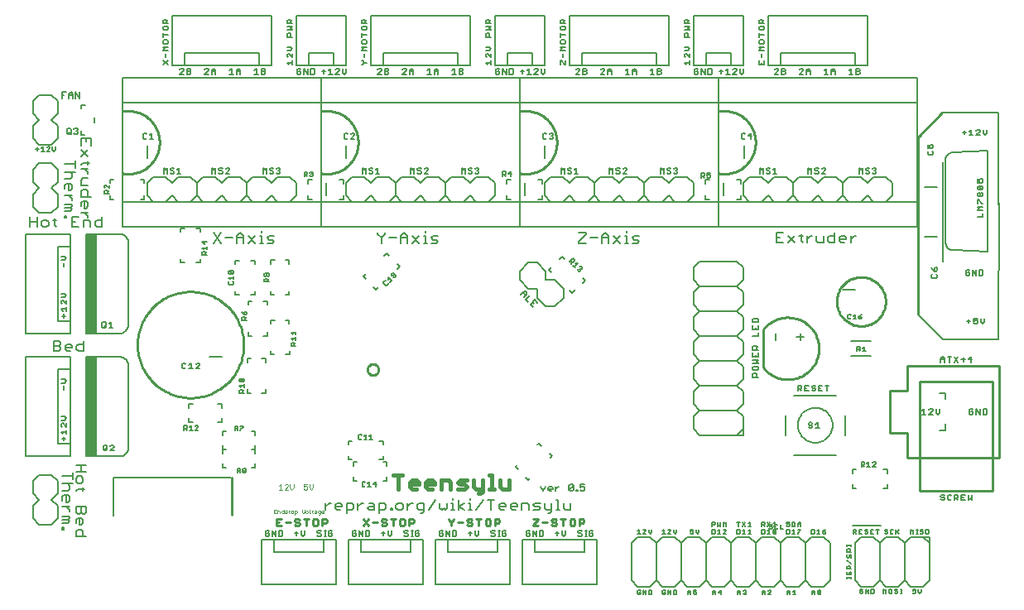
<source format=gto>
G75*
G70*
%OFA0B0*%
%FSLAX24Y24*%
%IPPOS*%
%LPD*%
%AMOC8*
5,1,8,0,0,1.08239X$1,22.5*
%
%ADD10C,0.0080*%
%ADD11R,0.0400X0.4000*%
%ADD12R,0.0400X0.4050*%
%ADD13C,0.0100*%
%ADD14C,0.0110*%
%ADD15C,0.0150*%
%ADD16C,0.0020*%
%ADD17C,0.0030*%
%ADD18C,0.0060*%
%ADD19C,0.0050*%
D10*
X004801Y003993D02*
X004801Y004203D01*
X004871Y004273D01*
X005011Y004273D01*
X005081Y004203D01*
X005081Y003993D01*
X005221Y003993D02*
X004801Y003993D01*
X004321Y004286D02*
X004251Y004286D01*
X004251Y004356D01*
X004321Y004356D01*
X004321Y004286D01*
X004251Y004537D02*
X004461Y004537D01*
X004531Y004607D01*
X004461Y004677D01*
X004251Y004677D01*
X004251Y004817D02*
X004531Y004817D01*
X004531Y004747D01*
X004461Y004677D01*
X004801Y004663D02*
X004871Y004733D01*
X005011Y004733D01*
X005081Y004663D01*
X005081Y004523D01*
X005011Y004453D01*
X004941Y004453D01*
X004941Y004733D01*
X004801Y004663D02*
X004801Y004523D01*
X004871Y004913D02*
X004801Y004983D01*
X004801Y005194D01*
X005221Y005194D01*
X005221Y004983D01*
X005151Y004913D01*
X005081Y004913D01*
X005011Y004983D01*
X005011Y005194D01*
X005011Y004983D02*
X004941Y004913D01*
X004871Y004913D01*
X004531Y004990D02*
X004531Y005060D01*
X004391Y005200D01*
X004251Y005200D02*
X004531Y005200D01*
X004461Y005381D02*
X004391Y005381D01*
X004391Y005661D01*
X004461Y005661D02*
X004531Y005591D01*
X004531Y005451D01*
X004461Y005381D01*
X004251Y005451D02*
X004251Y005591D01*
X004321Y005661D01*
X004461Y005661D01*
X004461Y005841D02*
X004251Y005841D01*
X004461Y005841D02*
X004531Y005911D01*
X004531Y006051D01*
X004461Y006121D01*
X004671Y006121D02*
X004251Y006121D01*
X004067Y006221D02*
X003817Y006471D01*
X003317Y006471D01*
X003067Y006221D01*
X003067Y005721D01*
X003317Y005471D01*
X003067Y005221D01*
X003067Y004721D01*
X003317Y004471D01*
X003817Y004471D01*
X004067Y004721D01*
X004067Y005221D01*
X003817Y005471D01*
X004067Y005721D01*
X004067Y006221D01*
X004251Y006441D02*
X004671Y006441D01*
X004671Y006581D02*
X004671Y006301D01*
X004801Y006351D02*
X004871Y006421D01*
X005011Y006421D01*
X005081Y006351D01*
X005081Y006211D01*
X005011Y006141D01*
X004871Y006141D01*
X004801Y006211D01*
X004801Y006351D01*
X004801Y006601D02*
X005221Y006601D01*
X005011Y006601D02*
X005011Y006881D01*
X004801Y006881D02*
X005221Y006881D01*
X005211Y007221D02*
X005211Y011221D01*
X006561Y011221D01*
X006561Y011222D02*
X006595Y011221D01*
X006630Y011217D01*
X006663Y011209D01*
X006696Y011198D01*
X006727Y011183D01*
X006757Y011166D01*
X006785Y011145D01*
X006811Y011122D01*
X006834Y011096D01*
X006855Y011068D01*
X006872Y011038D01*
X006887Y011007D01*
X006898Y010974D01*
X006906Y010941D01*
X006910Y010906D01*
X006911Y010872D01*
X006911Y010871D02*
X006911Y007571D01*
X006911Y007572D02*
X006907Y007535D01*
X006900Y007498D01*
X006889Y007463D01*
X006875Y007428D01*
X006857Y007396D01*
X006836Y007365D01*
X006812Y007337D01*
X006786Y007311D01*
X006757Y007288D01*
X006725Y007268D01*
X006692Y007251D01*
X006657Y007238D01*
X006621Y007228D01*
X006585Y007222D01*
X006548Y007220D01*
X006511Y007222D01*
X006511Y007221D02*
X005211Y007221D01*
X004561Y007221D02*
X004561Y007721D01*
X004061Y007721D01*
X004061Y010721D01*
X004561Y010721D01*
X004561Y007721D01*
X004384Y007930D02*
X004237Y007930D01*
X004311Y007857D02*
X004311Y008003D01*
X004274Y008133D02*
X004201Y008206D01*
X004421Y008206D01*
X004421Y008133D02*
X004421Y008280D01*
X004421Y008409D02*
X004274Y008556D01*
X004237Y008556D01*
X004201Y008519D01*
X004201Y008446D01*
X004237Y008409D01*
X004421Y008409D02*
X004421Y008556D01*
X004347Y008685D02*
X004421Y008759D01*
X004347Y008832D01*
X004201Y008832D01*
X004201Y008685D02*
X004347Y008685D01*
X004311Y009909D02*
X004311Y010056D01*
X004347Y010185D02*
X004421Y010259D01*
X004347Y010332D01*
X004201Y010332D01*
X004201Y010185D02*
X004347Y010185D01*
X004561Y010721D02*
X004561Y011221D01*
X002761Y011221D01*
X002761Y007221D01*
X004561Y007221D01*
X005901Y007498D02*
X005937Y007461D01*
X006011Y007461D01*
X006048Y007498D01*
X006048Y007645D01*
X006011Y007682D01*
X005937Y007682D01*
X005901Y007645D01*
X005901Y007498D01*
X005974Y007535D02*
X006048Y007461D01*
X006177Y007461D02*
X006324Y007608D01*
X006324Y007645D01*
X006287Y007682D01*
X006214Y007682D01*
X006177Y007645D01*
X006177Y007461D02*
X006324Y007461D01*
X006299Y006371D02*
X006299Y004835D01*
X005151Y005891D02*
X004871Y005891D01*
X004801Y005821D01*
X005081Y005821D02*
X005081Y005961D01*
X006299Y006371D02*
X011023Y006371D01*
X012459Y004232D02*
X012422Y004195D01*
X012422Y004048D01*
X012459Y004011D01*
X012532Y004011D01*
X012569Y004048D01*
X012569Y004122D01*
X012495Y004122D01*
X012569Y004195D02*
X012532Y004232D01*
X012459Y004232D01*
X012698Y004232D02*
X012845Y004011D01*
X012845Y004232D01*
X012975Y004232D02*
X013085Y004232D01*
X013121Y004195D01*
X013121Y004048D01*
X013085Y004011D01*
X012975Y004011D01*
X012975Y004232D01*
X012698Y004232D02*
X012698Y004011D01*
X012761Y003871D02*
X012761Y003371D01*
X014761Y003371D01*
X014761Y003871D01*
X015261Y003871D01*
X015261Y002071D01*
X012261Y002071D01*
X012261Y003871D01*
X012761Y003871D01*
X014761Y003871D01*
X014790Y004011D02*
X014864Y004011D01*
X014827Y004011D02*
X014827Y004232D01*
X014790Y004232D02*
X014864Y004232D01*
X014975Y004195D02*
X014975Y004048D01*
X015011Y004011D01*
X015085Y004011D01*
X015121Y004048D01*
X015121Y004122D01*
X015048Y004122D01*
X015121Y004195D02*
X015085Y004232D01*
X015011Y004232D01*
X014975Y004195D01*
X014661Y004195D02*
X014624Y004232D01*
X014551Y004232D01*
X014514Y004195D01*
X014514Y004158D01*
X014551Y004122D01*
X014624Y004122D01*
X014661Y004085D01*
X014661Y004048D01*
X014624Y004011D01*
X014551Y004011D01*
X014514Y004048D01*
X014021Y004085D02*
X014021Y004232D01*
X013875Y004232D02*
X013875Y004085D01*
X013948Y004011D01*
X014021Y004085D01*
X013745Y004122D02*
X013598Y004122D01*
X013672Y004195D02*
X013672Y004048D01*
X014849Y005061D02*
X014849Y005342D01*
X014989Y005342D02*
X015059Y005342D01*
X014989Y005342D02*
X014849Y005202D01*
X015233Y005202D02*
X015513Y005202D01*
X015513Y005272D01*
X015443Y005342D01*
X015303Y005342D01*
X015233Y005272D01*
X015233Y005132D01*
X015303Y005061D01*
X015443Y005061D01*
X015693Y005061D02*
X015903Y005061D01*
X015973Y005132D01*
X015973Y005272D01*
X015903Y005342D01*
X015693Y005342D01*
X015693Y004921D01*
X016153Y005061D02*
X016153Y005342D01*
X016293Y005342D02*
X016363Y005342D01*
X016293Y005342D02*
X016153Y005202D01*
X016537Y005132D02*
X016607Y005202D01*
X016817Y005202D01*
X016817Y005272D02*
X016817Y005061D01*
X016607Y005061D01*
X016537Y005132D01*
X016607Y005342D02*
X016747Y005342D01*
X016817Y005272D01*
X016997Y005342D02*
X017207Y005342D01*
X017277Y005272D01*
X017277Y005132D01*
X017207Y005061D01*
X016997Y005061D01*
X016997Y004921D02*
X016997Y005342D01*
X017458Y005132D02*
X017528Y005132D01*
X017528Y005061D01*
X017458Y005061D01*
X017458Y005132D01*
X017688Y005132D02*
X017688Y005272D01*
X017758Y005342D01*
X017898Y005342D01*
X017968Y005272D01*
X017968Y005132D01*
X017898Y005061D01*
X017758Y005061D01*
X017688Y005132D01*
X018148Y005202D02*
X018288Y005342D01*
X018358Y005342D01*
X018532Y005272D02*
X018532Y005132D01*
X018602Y005061D01*
X018812Y005061D01*
X018812Y004991D02*
X018812Y005342D01*
X018602Y005342D01*
X018532Y005272D01*
X018148Y005342D02*
X018148Y005061D01*
X018672Y004921D02*
X018742Y004921D01*
X018812Y004991D01*
X018992Y005061D02*
X019272Y005482D01*
X019452Y005342D02*
X019452Y005132D01*
X019522Y005061D01*
X019593Y005132D01*
X019663Y005061D01*
X019733Y005132D01*
X019733Y005342D01*
X019913Y005342D02*
X019983Y005342D01*
X019983Y005061D01*
X019913Y005061D02*
X020053Y005061D01*
X020220Y005061D02*
X020220Y005482D01*
X019983Y005482D02*
X019983Y005552D01*
X020220Y005202D02*
X020430Y005342D01*
X020603Y005342D02*
X020673Y005342D01*
X020673Y005061D01*
X020603Y005061D02*
X020743Y005061D01*
X020910Y005061D02*
X021190Y005482D01*
X021371Y005482D02*
X021651Y005482D01*
X021511Y005482D02*
X021511Y005061D01*
X021831Y005132D02*
X021831Y005272D01*
X021901Y005342D01*
X022041Y005342D01*
X022111Y005272D01*
X022111Y005202D01*
X021831Y005202D01*
X021831Y005132D02*
X021901Y005061D01*
X022041Y005061D01*
X022291Y005132D02*
X022291Y005272D01*
X022361Y005342D01*
X022501Y005342D01*
X022571Y005272D01*
X022571Y005202D01*
X022291Y005202D01*
X022291Y005132D02*
X022361Y005061D01*
X022501Y005061D01*
X022752Y005061D02*
X022752Y005342D01*
X022962Y005342D01*
X023032Y005272D01*
X023032Y005061D01*
X023212Y005061D02*
X023422Y005061D01*
X023492Y005132D01*
X023422Y005202D01*
X023282Y005202D01*
X023212Y005272D01*
X023282Y005342D01*
X023492Y005342D01*
X023672Y005342D02*
X023672Y005132D01*
X023742Y005061D01*
X023953Y005061D01*
X023953Y004991D02*
X023882Y004921D01*
X023812Y004921D01*
X023953Y004991D02*
X023953Y005342D01*
X024133Y005482D02*
X024203Y005482D01*
X024203Y005061D01*
X024133Y005061D02*
X024273Y005061D01*
X024440Y005132D02*
X024510Y005061D01*
X024720Y005061D01*
X024720Y005342D01*
X024440Y005342D02*
X024440Y005132D01*
X024375Y004232D02*
X024375Y004085D01*
X024448Y004011D01*
X024521Y004085D01*
X024521Y004232D01*
X024245Y004122D02*
X024098Y004122D01*
X024172Y004195D02*
X024172Y004048D01*
X023621Y004048D02*
X023621Y004195D01*
X023585Y004232D01*
X023475Y004232D01*
X023475Y004011D01*
X023585Y004011D01*
X023621Y004048D01*
X023345Y004011D02*
X023345Y004232D01*
X023198Y004232D02*
X023198Y004011D01*
X023069Y004048D02*
X023069Y004122D01*
X022995Y004122D01*
X022922Y004195D02*
X022922Y004048D01*
X022959Y004011D01*
X023032Y004011D01*
X023069Y004048D01*
X023069Y004195D02*
X023032Y004232D01*
X022959Y004232D01*
X022922Y004195D01*
X023198Y004232D02*
X023345Y004011D01*
X023261Y003871D02*
X023261Y003371D01*
X025261Y003371D01*
X025261Y003871D01*
X025761Y003871D01*
X025761Y002071D01*
X022761Y002071D01*
X022761Y003871D01*
X023261Y003871D01*
X025261Y003871D01*
X025290Y004011D02*
X025364Y004011D01*
X025327Y004011D02*
X025327Y004232D01*
X025290Y004232D02*
X025364Y004232D01*
X025475Y004195D02*
X025475Y004048D01*
X025511Y004011D01*
X025585Y004011D01*
X025621Y004048D01*
X025621Y004122D01*
X025548Y004122D01*
X025621Y004195D02*
X025585Y004232D01*
X025511Y004232D01*
X025475Y004195D01*
X025161Y004195D02*
X025124Y004232D01*
X025051Y004232D01*
X025014Y004195D01*
X025014Y004158D01*
X025051Y004122D01*
X025124Y004122D01*
X025161Y004085D01*
X025161Y004048D01*
X025124Y004011D01*
X025051Y004011D01*
X025014Y004048D01*
X027161Y003721D02*
X027161Y002221D01*
X027411Y001971D01*
X027911Y001971D01*
X028161Y002221D01*
X028161Y003721D01*
X027911Y003971D01*
X027411Y003971D01*
X027161Y003721D01*
X027410Y004111D02*
X027524Y004111D01*
X027467Y004111D02*
X027467Y004282D01*
X027410Y004225D01*
X027640Y004253D02*
X027669Y004282D01*
X027725Y004282D01*
X027754Y004253D01*
X027754Y004225D01*
X027640Y004111D01*
X027754Y004111D01*
X027871Y004168D02*
X027927Y004111D01*
X027984Y004168D01*
X027984Y004282D01*
X027871Y004282D02*
X027871Y004168D01*
X028161Y003721D02*
X028411Y003971D01*
X028911Y003971D01*
X029161Y003721D01*
X029161Y002221D01*
X029411Y001971D01*
X029911Y001971D01*
X030161Y002221D01*
X030161Y003721D01*
X029911Y003971D01*
X029411Y003971D01*
X029161Y003721D01*
X028927Y004111D02*
X028984Y004168D01*
X028984Y004282D01*
X028871Y004282D02*
X028871Y004168D01*
X028927Y004111D01*
X028754Y004111D02*
X028640Y004111D01*
X028754Y004225D01*
X028754Y004253D01*
X028725Y004282D01*
X028669Y004282D01*
X028640Y004253D01*
X028467Y004282D02*
X028467Y004111D01*
X028410Y004111D02*
X028524Y004111D01*
X028410Y004225D02*
X028467Y004282D01*
X029540Y004282D02*
X029540Y004197D01*
X029597Y004225D01*
X029625Y004225D01*
X029654Y004197D01*
X029654Y004140D01*
X029625Y004111D01*
X029569Y004111D01*
X029540Y004140D01*
X029540Y004282D02*
X029654Y004282D01*
X029771Y004282D02*
X029771Y004168D01*
X029827Y004111D01*
X029884Y004168D01*
X029884Y004282D01*
X030410Y004282D02*
X030410Y004111D01*
X030495Y004111D01*
X030524Y004140D01*
X030524Y004253D01*
X030495Y004282D01*
X030410Y004282D01*
X030410Y004411D02*
X030410Y004582D01*
X030495Y004582D01*
X030524Y004553D01*
X030524Y004497D01*
X030495Y004468D01*
X030410Y004468D01*
X030640Y004411D02*
X030697Y004468D01*
X030754Y004411D01*
X030754Y004582D01*
X030640Y004582D02*
X030640Y004411D01*
X030697Y004282D02*
X030697Y004111D01*
X030640Y004111D02*
X030754Y004111D01*
X030871Y004111D02*
X030984Y004225D01*
X030984Y004253D01*
X030956Y004282D01*
X030899Y004282D01*
X030871Y004253D01*
X030871Y004111D02*
X030984Y004111D01*
X030911Y003971D02*
X031161Y003721D01*
X031161Y002221D01*
X031411Y001971D01*
X031911Y001971D01*
X032161Y002221D01*
X032161Y003721D01*
X031911Y003971D01*
X031411Y003971D01*
X031161Y003721D01*
X030911Y003971D02*
X030411Y003971D01*
X030161Y003721D01*
X030640Y004225D02*
X030697Y004282D01*
X030871Y004411D02*
X030871Y004582D01*
X030927Y004525D01*
X030984Y004582D01*
X030984Y004411D01*
X031410Y004282D02*
X031410Y004111D01*
X031495Y004111D01*
X031524Y004140D01*
X031524Y004253D01*
X031495Y004282D01*
X031410Y004282D01*
X031467Y004411D02*
X031467Y004582D01*
X031410Y004582D02*
X031524Y004582D01*
X031640Y004582D02*
X031754Y004411D01*
X031640Y004411D02*
X031754Y004582D01*
X031871Y004525D02*
X031927Y004582D01*
X031927Y004411D01*
X031871Y004411D02*
X031984Y004411D01*
X031927Y004282D02*
X031927Y004111D01*
X031871Y004111D02*
X031984Y004111D01*
X031871Y004225D02*
X031927Y004282D01*
X031697Y004282D02*
X031697Y004111D01*
X031640Y004111D02*
X031754Y004111D01*
X031640Y004225D02*
X031697Y004282D01*
X032410Y004282D02*
X032410Y004111D01*
X032495Y004111D01*
X032524Y004140D01*
X032524Y004253D01*
X032495Y004282D01*
X032410Y004282D01*
X032410Y004411D02*
X032410Y004582D01*
X032495Y004582D01*
X032524Y004553D01*
X032524Y004497D01*
X032495Y004468D01*
X032410Y004468D01*
X032467Y004468D02*
X032524Y004411D01*
X032640Y004411D02*
X032754Y004582D01*
X032739Y004482D02*
X032710Y004453D01*
X032710Y004425D01*
X032739Y004397D01*
X032795Y004397D01*
X032824Y004368D01*
X032824Y004340D01*
X032795Y004311D01*
X032739Y004311D01*
X032710Y004340D01*
X032697Y004282D02*
X032697Y004111D01*
X032640Y004111D02*
X032754Y004111D01*
X032871Y004140D02*
X032984Y004253D01*
X032984Y004140D01*
X032956Y004111D01*
X032899Y004111D01*
X032871Y004140D01*
X032871Y004253D01*
X032899Y004282D01*
X032956Y004282D01*
X032984Y004253D01*
X032969Y004311D02*
X033025Y004311D01*
X033054Y004340D01*
X032969Y004311D02*
X032940Y004340D01*
X032940Y004453D01*
X032969Y004482D01*
X033025Y004482D01*
X033054Y004453D01*
X032984Y004411D02*
X032871Y004411D01*
X032927Y004411D02*
X032927Y004582D01*
X032871Y004525D01*
X032824Y004453D02*
X032795Y004482D01*
X032739Y004482D01*
X032754Y004411D02*
X032640Y004582D01*
X032697Y004282D02*
X032640Y004225D01*
X032411Y003971D02*
X032911Y003971D01*
X033161Y003721D01*
X033161Y002221D01*
X033411Y001971D01*
X033911Y001971D01*
X034161Y002221D01*
X034161Y003721D01*
X033911Y003971D01*
X033411Y003971D01*
X033161Y003721D01*
X033410Y004111D02*
X033495Y004111D01*
X033524Y004140D01*
X033524Y004253D01*
X033495Y004282D01*
X033410Y004282D01*
X033410Y004111D01*
X033640Y004111D02*
X033754Y004111D01*
X033697Y004111D02*
X033697Y004282D01*
X033640Y004225D01*
X033640Y004411D02*
X033725Y004411D01*
X033754Y004440D01*
X033754Y004553D01*
X033725Y004582D01*
X033640Y004582D01*
X033640Y004411D01*
X033524Y004440D02*
X033495Y004411D01*
X033439Y004411D01*
X033410Y004440D01*
X033439Y004497D02*
X033495Y004497D01*
X033524Y004468D01*
X033524Y004440D01*
X033439Y004497D02*
X033410Y004525D01*
X033410Y004553D01*
X033439Y004582D01*
X033495Y004582D01*
X033524Y004553D01*
X033284Y004311D02*
X033171Y004311D01*
X033171Y004482D01*
X033871Y004497D02*
X033984Y004497D01*
X033984Y004525D02*
X033984Y004411D01*
X033871Y004411D02*
X033871Y004525D01*
X033927Y004582D01*
X033984Y004525D01*
X033984Y004282D02*
X033984Y004253D01*
X033871Y004140D01*
X033871Y004111D01*
X033871Y004282D02*
X033984Y004282D01*
X034410Y004282D02*
X034410Y004111D01*
X034495Y004111D01*
X034524Y004140D01*
X034524Y004253D01*
X034495Y004282D01*
X034410Y004282D01*
X034640Y004225D02*
X034697Y004282D01*
X034697Y004111D01*
X034640Y004111D02*
X034754Y004111D01*
X034871Y004140D02*
X034899Y004111D01*
X034956Y004111D01*
X034984Y004140D01*
X034984Y004168D01*
X034956Y004197D01*
X034871Y004197D01*
X034871Y004140D01*
X034871Y004197D02*
X034927Y004253D01*
X034984Y004282D01*
X034911Y003971D02*
X034411Y003971D01*
X034161Y003721D01*
X034911Y003971D02*
X035161Y003721D01*
X035161Y002221D01*
X034911Y001971D01*
X034411Y001971D01*
X034161Y002221D01*
X034497Y001832D02*
X034554Y001775D01*
X034554Y001661D01*
X034554Y001747D02*
X034440Y001747D01*
X034440Y001775D02*
X034497Y001832D01*
X034440Y001775D02*
X034440Y001661D01*
X034671Y001690D02*
X034784Y001803D01*
X034784Y001690D01*
X034756Y001661D01*
X034699Y001661D01*
X034671Y001690D01*
X034671Y001803D01*
X034699Y001832D01*
X034756Y001832D01*
X034784Y001803D01*
X033784Y001661D02*
X033671Y001661D01*
X033727Y001661D02*
X033727Y001832D01*
X033671Y001775D01*
X033554Y001775D02*
X033554Y001661D01*
X033554Y001747D02*
X033440Y001747D01*
X033440Y001775D02*
X033497Y001832D01*
X033554Y001775D01*
X033440Y001775D02*
X033440Y001661D01*
X032911Y001971D02*
X032411Y001971D01*
X032161Y002221D01*
X032497Y001832D02*
X032554Y001775D01*
X032554Y001661D01*
X032554Y001747D02*
X032440Y001747D01*
X032440Y001775D02*
X032497Y001832D01*
X032440Y001775D02*
X032440Y001661D01*
X032671Y001661D02*
X032784Y001775D01*
X032784Y001803D01*
X032756Y001832D01*
X032699Y001832D01*
X032671Y001803D01*
X032671Y001661D02*
X032784Y001661D01*
X032911Y001971D02*
X033161Y002221D01*
X031784Y001803D02*
X031784Y001775D01*
X031756Y001747D01*
X031784Y001718D01*
X031784Y001690D01*
X031756Y001661D01*
X031699Y001661D01*
X031671Y001690D01*
X031727Y001747D02*
X031756Y001747D01*
X031784Y001803D02*
X031756Y001832D01*
X031699Y001832D01*
X031671Y001803D01*
X031554Y001775D02*
X031554Y001661D01*
X031554Y001747D02*
X031440Y001747D01*
X031440Y001775D02*
X031497Y001832D01*
X031554Y001775D01*
X031440Y001775D02*
X031440Y001661D01*
X030911Y001971D02*
X031161Y002221D01*
X030911Y001971D02*
X030411Y001971D01*
X030161Y002221D01*
X030497Y001832D02*
X030440Y001775D01*
X030440Y001661D01*
X030440Y001747D02*
X030554Y001747D01*
X030554Y001775D02*
X030554Y001661D01*
X030554Y001775D02*
X030497Y001832D01*
X030671Y001747D02*
X030784Y001747D01*
X030756Y001832D02*
X030671Y001747D01*
X030756Y001661D02*
X030756Y001832D01*
X029784Y001832D02*
X029671Y001832D01*
X029671Y001747D01*
X029727Y001775D01*
X029756Y001775D01*
X029784Y001747D01*
X029784Y001690D01*
X029756Y001661D01*
X029699Y001661D01*
X029671Y001690D01*
X029554Y001661D02*
X029554Y001775D01*
X029497Y001832D01*
X029440Y001775D01*
X029440Y001661D01*
X029440Y001747D02*
X029554Y001747D01*
X028984Y001803D02*
X028956Y001832D01*
X028871Y001832D01*
X028871Y001661D01*
X028956Y001661D01*
X028984Y001690D01*
X028984Y001803D01*
X028911Y001971D02*
X028411Y001971D01*
X028161Y002221D01*
X027956Y001832D02*
X027871Y001832D01*
X027871Y001661D01*
X027956Y001661D01*
X027984Y001690D01*
X027984Y001803D01*
X027956Y001832D01*
X027754Y001832D02*
X027754Y001661D01*
X027640Y001832D01*
X027640Y001661D01*
X027524Y001690D02*
X027524Y001747D01*
X027467Y001747D01*
X027524Y001803D02*
X027495Y001832D01*
X027439Y001832D01*
X027410Y001803D01*
X027410Y001690D01*
X027439Y001661D01*
X027495Y001661D01*
X027524Y001690D01*
X028410Y001690D02*
X028439Y001661D01*
X028495Y001661D01*
X028524Y001690D01*
X028524Y001747D01*
X028467Y001747D01*
X028524Y001803D02*
X028495Y001832D01*
X028439Y001832D01*
X028410Y001803D01*
X028410Y001690D01*
X028640Y001661D02*
X028640Y001832D01*
X028754Y001661D01*
X028754Y001832D01*
X028911Y001971D02*
X029161Y002221D01*
X032161Y003721D02*
X032411Y003971D01*
X035851Y003665D02*
X035851Y003608D01*
X035851Y003636D02*
X036021Y003636D01*
X036021Y003608D02*
X036021Y003665D01*
X036161Y003721D02*
X036161Y002221D01*
X036411Y001971D01*
X036911Y001971D01*
X037161Y002221D01*
X037161Y003721D01*
X036911Y003971D01*
X036411Y003971D01*
X036161Y003721D01*
X035936Y003491D02*
X035964Y003463D01*
X035964Y003378D01*
X036021Y003378D02*
X035851Y003378D01*
X035851Y003463D01*
X035879Y003491D01*
X035936Y003491D01*
X035964Y003261D02*
X035992Y003261D01*
X036021Y003233D01*
X036021Y003176D01*
X035992Y003148D01*
X035936Y003176D02*
X035936Y003233D01*
X035964Y003261D01*
X035879Y003261D02*
X035851Y003233D01*
X035851Y003176D01*
X035879Y003148D01*
X035907Y003148D01*
X035936Y003176D01*
X035851Y003031D02*
X036021Y002917D01*
X035936Y002801D02*
X035964Y002772D01*
X035964Y002687D01*
X036021Y002687D02*
X035851Y002687D01*
X035851Y002772D01*
X035879Y002801D01*
X035936Y002801D01*
X035964Y002570D02*
X035992Y002570D01*
X036021Y002542D01*
X036021Y002485D01*
X035992Y002457D01*
X035936Y002485D02*
X035936Y002542D01*
X035964Y002570D01*
X035879Y002570D02*
X035851Y002542D01*
X035851Y002485D01*
X035879Y002457D01*
X035907Y002457D01*
X035936Y002485D01*
X036021Y002360D02*
X036021Y002304D01*
X036021Y002332D02*
X035851Y002332D01*
X035851Y002304D02*
X035851Y002360D01*
X036360Y001853D02*
X036360Y001740D01*
X036389Y001711D01*
X036445Y001711D01*
X036474Y001740D01*
X036474Y001797D01*
X036417Y001797D01*
X036474Y001853D02*
X036445Y001882D01*
X036389Y001882D01*
X036360Y001853D01*
X036590Y001882D02*
X036704Y001711D01*
X036704Y001882D01*
X036590Y001882D02*
X036590Y001711D01*
X036821Y001711D02*
X036906Y001711D01*
X036934Y001740D01*
X036934Y001853D01*
X036906Y001882D01*
X036821Y001882D01*
X036821Y001711D01*
X037307Y001711D02*
X037307Y001882D01*
X037363Y001825D01*
X037420Y001882D01*
X037420Y001711D01*
X037537Y001740D02*
X037565Y001711D01*
X037622Y001711D01*
X037650Y001740D01*
X037650Y001853D01*
X037622Y001882D01*
X037565Y001882D01*
X037537Y001853D01*
X037537Y001740D01*
X037767Y001740D02*
X037795Y001711D01*
X037852Y001711D01*
X037881Y001740D01*
X037881Y001768D01*
X037852Y001797D01*
X037795Y001797D01*
X037767Y001825D01*
X037767Y001853D01*
X037795Y001882D01*
X037852Y001882D01*
X037881Y001853D01*
X037997Y001882D02*
X038054Y001882D01*
X038026Y001882D02*
X038026Y001711D01*
X038054Y001711D02*
X037997Y001711D01*
X037911Y001971D02*
X037411Y001971D01*
X037161Y002221D01*
X037911Y001971D02*
X038161Y002221D01*
X038161Y003721D01*
X037911Y003971D01*
X037411Y003971D01*
X037161Y003721D01*
X037077Y004111D02*
X037077Y004282D01*
X037020Y004282D02*
X037134Y004282D01*
X037211Y004441D02*
X036060Y004441D01*
X036100Y004282D02*
X036185Y004282D01*
X036213Y004253D01*
X036213Y004197D01*
X036185Y004168D01*
X036100Y004168D01*
X036100Y004111D02*
X036100Y004282D01*
X036157Y004168D02*
X036213Y004111D01*
X036330Y004111D02*
X036330Y004282D01*
X036443Y004282D01*
X036387Y004197D02*
X036330Y004197D01*
X036330Y004111D02*
X036443Y004111D01*
X036560Y004140D02*
X036589Y004111D01*
X036645Y004111D01*
X036674Y004140D01*
X036674Y004168D01*
X036645Y004197D01*
X036589Y004197D01*
X036560Y004225D01*
X036560Y004253D01*
X036589Y004282D01*
X036645Y004282D01*
X036674Y004253D01*
X036790Y004282D02*
X036790Y004111D01*
X036904Y004111D01*
X036847Y004197D02*
X036790Y004197D01*
X036790Y004282D02*
X036904Y004282D01*
X037360Y004253D02*
X037360Y004225D01*
X037389Y004197D01*
X037445Y004197D01*
X037474Y004168D01*
X037474Y004140D01*
X037445Y004111D01*
X037389Y004111D01*
X037360Y004140D01*
X037360Y004253D02*
X037389Y004282D01*
X037445Y004282D01*
X037474Y004253D01*
X037590Y004253D02*
X037590Y004140D01*
X037619Y004111D01*
X037675Y004111D01*
X037704Y004140D01*
X037704Y004253D02*
X037675Y004282D01*
X037619Y004282D01*
X037590Y004253D01*
X037821Y004282D02*
X037821Y004111D01*
X037821Y004168D02*
X037934Y004282D01*
X037849Y004197D02*
X037934Y004111D01*
X038161Y003721D02*
X038411Y003971D01*
X039161Y003971D01*
X039161Y003721D01*
X038911Y003971D01*
X038875Y004111D02*
X038819Y004111D01*
X038790Y004140D01*
X038819Y004197D02*
X038875Y004197D01*
X038904Y004168D01*
X038904Y004140D01*
X038875Y004111D01*
X038819Y004197D02*
X038790Y004225D01*
X038790Y004253D01*
X038819Y004282D01*
X038875Y004282D01*
X038904Y004253D01*
X039021Y004253D02*
X039021Y004140D01*
X039049Y004111D01*
X039106Y004111D01*
X039134Y004140D01*
X039134Y004253D01*
X039106Y004282D01*
X039049Y004282D01*
X039021Y004253D01*
X038694Y004282D02*
X038637Y004282D01*
X038665Y004282D02*
X038665Y004111D01*
X038637Y004111D02*
X038694Y004111D01*
X038520Y004111D02*
X038520Y004282D01*
X038463Y004225D01*
X038407Y004282D01*
X038407Y004111D01*
X039161Y003721D02*
X039161Y002221D01*
X038911Y001971D01*
X038411Y001971D01*
X038161Y002221D01*
X038490Y001882D02*
X038490Y001797D01*
X038547Y001825D01*
X038575Y001825D01*
X038604Y001797D01*
X038604Y001740D01*
X038575Y001711D01*
X038519Y001711D01*
X038490Y001740D01*
X038490Y001882D02*
X038604Y001882D01*
X038721Y001882D02*
X038721Y001768D01*
X038777Y001711D01*
X038834Y001768D01*
X038834Y001882D01*
X039656Y005461D02*
X039620Y005498D01*
X039656Y005461D02*
X039730Y005461D01*
X039766Y005498D01*
X039766Y005535D01*
X039730Y005572D01*
X039656Y005572D01*
X039620Y005608D01*
X039620Y005645D01*
X039656Y005682D01*
X039730Y005682D01*
X039766Y005645D01*
X039896Y005645D02*
X039896Y005498D01*
X039933Y005461D01*
X040006Y005461D01*
X040043Y005498D01*
X040172Y005461D02*
X040172Y005682D01*
X040282Y005682D01*
X040319Y005645D01*
X040319Y005572D01*
X040282Y005535D01*
X040172Y005535D01*
X040245Y005535D02*
X040319Y005461D01*
X040448Y005461D02*
X040448Y005682D01*
X040595Y005682D01*
X040725Y005682D02*
X040725Y005461D01*
X040798Y005535D01*
X040871Y005461D01*
X040871Y005682D01*
X040595Y005461D02*
X040448Y005461D01*
X040448Y005572D02*
X040522Y005572D01*
X040043Y005645D02*
X040006Y005682D01*
X039933Y005682D01*
X039896Y005645D01*
X039811Y008271D02*
X039561Y008271D01*
X039811Y008271D02*
X039811Y008521D01*
X039498Y008911D02*
X039425Y008985D01*
X039425Y009132D01*
X039295Y009095D02*
X039258Y009132D01*
X039185Y009132D01*
X039148Y009095D01*
X039295Y009095D02*
X039295Y009058D01*
X039148Y008911D01*
X039295Y008911D01*
X039498Y008911D02*
X039571Y008985D01*
X039571Y009132D01*
X039811Y009521D02*
X039811Y009771D01*
X039561Y009771D01*
X038945Y009132D02*
X038945Y008911D01*
X038872Y008911D02*
X039019Y008911D01*
X038872Y009058D02*
X038945Y009132D01*
X040772Y009095D02*
X040772Y008948D01*
X040809Y008911D01*
X040882Y008911D01*
X040919Y008948D01*
X040919Y009022D01*
X040845Y009022D01*
X040772Y009095D02*
X040809Y009132D01*
X040882Y009132D01*
X040919Y009095D01*
X041048Y009132D02*
X041195Y008911D01*
X041195Y009132D01*
X041325Y009132D02*
X041325Y008911D01*
X041435Y008911D01*
X041471Y008948D01*
X041471Y009095D01*
X041435Y009132D01*
X041325Y009132D01*
X041048Y009132D02*
X041048Y008911D01*
X040835Y011011D02*
X040835Y011232D01*
X040725Y011122D01*
X040871Y011122D01*
X040595Y011122D02*
X040448Y011122D01*
X040522Y011195D02*
X040522Y011048D01*
X040319Y011011D02*
X040172Y011232D01*
X040043Y011232D02*
X039896Y011232D01*
X039969Y011232D02*
X039969Y011011D01*
X039766Y011011D02*
X039766Y011158D01*
X039693Y011232D01*
X039620Y011158D01*
X039620Y011011D01*
X039620Y011122D02*
X039766Y011122D01*
X040172Y011011D02*
X040319Y011232D01*
X039704Y011921D02*
X041954Y011921D01*
X041961Y017421D01*
X041954Y017365D02*
X041954Y021071D01*
X039704Y021071D01*
X038661Y021471D02*
X038661Y017471D01*
X038661Y016471D01*
X030661Y016471D01*
X030661Y017471D01*
X029411Y017471D01*
X028911Y017471D01*
X028411Y017471D01*
X027911Y017471D01*
X027411Y017471D01*
X026911Y017471D01*
X026411Y017471D01*
X025911Y017471D01*
X022661Y017471D01*
X021411Y017471D01*
X020911Y017471D01*
X020411Y017471D01*
X019911Y017471D01*
X019411Y017471D01*
X018911Y017471D01*
X018411Y017471D01*
X017911Y017471D01*
X014661Y017471D01*
X013411Y017471D01*
X012911Y017471D01*
X012411Y017471D01*
X011911Y017471D01*
X011411Y017471D01*
X010911Y017471D01*
X010411Y017471D01*
X009911Y017471D01*
X006661Y017471D01*
X006661Y018621D01*
X006661Y021121D01*
X006661Y021471D01*
X006661Y022471D01*
X014661Y022471D01*
X014661Y021471D01*
X014661Y021121D01*
X014661Y018621D01*
X014661Y017471D01*
X014661Y016471D01*
X022661Y016471D01*
X030661Y016471D01*
X030661Y017471D02*
X030661Y018621D01*
X030661Y021121D01*
X030661Y021471D01*
X030661Y022471D01*
X038661Y022471D01*
X038661Y021471D01*
X030661Y021471D01*
X022661Y021471D01*
X022661Y021121D01*
X022661Y018621D01*
X022661Y017471D01*
X022661Y016471D01*
X022411Y017471D02*
X021911Y017471D01*
X021661Y017721D02*
X021661Y018221D01*
X021411Y018471D01*
X020911Y018471D01*
X020661Y018221D01*
X020411Y018471D01*
X019911Y018471D01*
X019661Y018221D01*
X019661Y017721D01*
X019911Y017471D01*
X019661Y017721D02*
X019411Y017471D01*
X018911Y017471D02*
X018661Y017721D01*
X018411Y017471D01*
X017911Y017471D02*
X017661Y017721D01*
X017661Y018221D01*
X017911Y018471D01*
X018411Y018471D01*
X018661Y018221D01*
X018911Y018471D01*
X019411Y018471D01*
X019661Y018221D01*
X020322Y018611D02*
X020322Y018832D01*
X020395Y018758D01*
X020469Y018832D01*
X020469Y018611D01*
X020598Y018648D02*
X020635Y018611D01*
X020708Y018611D01*
X020745Y018648D01*
X020745Y018685D01*
X020708Y018722D01*
X020635Y018722D01*
X020598Y018758D01*
X020598Y018795D01*
X020635Y018832D01*
X020708Y018832D01*
X020745Y018795D01*
X020875Y018795D02*
X020911Y018832D01*
X020985Y018832D01*
X021021Y018795D01*
X021021Y018758D01*
X020985Y018722D01*
X021021Y018685D01*
X021021Y018648D01*
X020985Y018611D01*
X020911Y018611D01*
X020875Y018648D01*
X020948Y018722D02*
X020985Y018722D01*
X020661Y017721D02*
X020911Y017471D01*
X020661Y017721D02*
X020411Y017471D01*
X021411Y017471D02*
X021661Y017721D01*
X022861Y017721D02*
X022861Y018221D01*
X023661Y018221D02*
X023661Y017721D01*
X023911Y017471D01*
X024411Y017471D01*
X024661Y017721D01*
X024911Y017471D01*
X025411Y017471D01*
X025661Y017721D01*
X025911Y017471D01*
X025661Y017721D02*
X025661Y018221D01*
X025911Y018471D01*
X026411Y018471D01*
X026661Y018221D01*
X026911Y018471D01*
X027411Y018471D01*
X027661Y018221D01*
X027911Y018471D01*
X028411Y018471D01*
X028661Y018221D01*
X028911Y018471D01*
X029411Y018471D01*
X029661Y018221D01*
X029661Y017721D01*
X029411Y017471D01*
X029911Y017471D02*
X030411Y017471D01*
X030661Y017471D02*
X033911Y017471D01*
X034411Y017471D01*
X034911Y017471D01*
X034661Y017721D01*
X034411Y017471D01*
X034911Y017471D02*
X035411Y017471D01*
X035911Y017471D01*
X036411Y017471D01*
X036911Y017471D01*
X036661Y017721D01*
X036411Y017471D01*
X036911Y017471D02*
X037411Y017471D01*
X038661Y017471D01*
X038961Y018071D02*
X039461Y018071D01*
X041101Y018076D02*
X041137Y018113D01*
X041284Y017966D01*
X041321Y018003D01*
X041321Y018076D01*
X041284Y018113D01*
X041137Y018113D01*
X041101Y018076D02*
X041101Y018003D01*
X041137Y017966D01*
X041284Y017966D01*
X041284Y017837D02*
X041321Y017800D01*
X041321Y017727D01*
X041284Y017690D01*
X041247Y017690D01*
X041211Y017727D01*
X041211Y017800D01*
X041247Y017837D01*
X041284Y017837D01*
X041211Y017800D02*
X041174Y017837D01*
X041137Y017837D01*
X041101Y017800D01*
X041101Y017727D01*
X041137Y017690D01*
X041174Y017690D01*
X041211Y017727D01*
X041137Y017561D02*
X041284Y017414D01*
X041321Y017414D01*
X041321Y017284D02*
X041101Y017284D01*
X041174Y017211D01*
X041101Y017138D01*
X041321Y017138D01*
X041321Y017008D02*
X041321Y016861D01*
X041101Y016861D01*
X041101Y017414D02*
X041101Y017561D01*
X041137Y017561D01*
X041101Y018243D02*
X041211Y018243D01*
X041174Y018316D01*
X041174Y018353D01*
X041211Y018389D01*
X041284Y018389D01*
X041321Y018353D01*
X041321Y018279D01*
X041284Y018243D01*
X041101Y018243D02*
X041101Y018389D01*
X040110Y019472D02*
X040076Y019468D01*
X040043Y019461D01*
X040010Y019450D01*
X039979Y019435D01*
X039949Y019418D01*
X039922Y019397D01*
X039897Y019374D01*
X039875Y019348D01*
X039855Y019319D01*
X039839Y019289D01*
X039826Y019257D01*
X039817Y019224D01*
X039811Y019190D01*
X039809Y019156D01*
X039811Y019122D01*
X039811Y019121D02*
X039811Y015821D01*
X039815Y015787D01*
X039822Y015754D01*
X039833Y015721D01*
X039848Y015690D01*
X039865Y015660D01*
X039886Y015633D01*
X039909Y015608D01*
X039935Y015586D01*
X039964Y015566D01*
X039994Y015550D01*
X040026Y015537D01*
X040059Y015528D01*
X040093Y015522D01*
X040127Y015520D01*
X040161Y015522D01*
X040161Y015521D02*
X041511Y015471D01*
X041511Y019521D01*
X040111Y019471D01*
X039711Y019071D02*
X039711Y015071D01*
X039471Y014795D02*
X039434Y014832D01*
X039397Y014832D01*
X039361Y014795D01*
X039361Y014685D01*
X039434Y014685D01*
X039471Y014722D01*
X039471Y014795D01*
X039361Y014685D02*
X039287Y014759D01*
X039251Y014832D01*
X039287Y014556D02*
X039251Y014519D01*
X039251Y014446D01*
X039287Y014409D01*
X039434Y014409D01*
X039471Y014446D01*
X039471Y014519D01*
X039434Y014556D01*
X040622Y014548D02*
X040659Y014511D01*
X040732Y014511D01*
X040769Y014548D01*
X040769Y014622D01*
X040695Y014622D01*
X040622Y014695D02*
X040622Y014548D01*
X040622Y014695D02*
X040659Y014732D01*
X040732Y014732D01*
X040769Y014695D01*
X040898Y014732D02*
X041045Y014511D01*
X041045Y014732D01*
X041175Y014732D02*
X041285Y014732D01*
X041321Y014695D01*
X041321Y014548D01*
X041285Y014511D01*
X041175Y014511D01*
X041175Y014732D01*
X040898Y014732D02*
X040898Y014511D01*
X040948Y012782D02*
X040948Y012672D01*
X041022Y012708D01*
X041058Y012708D01*
X041095Y012672D01*
X041095Y012598D01*
X041058Y012561D01*
X040985Y012561D01*
X040948Y012598D01*
X040819Y012672D02*
X040672Y012672D01*
X040745Y012745D02*
X040745Y012598D01*
X040948Y012782D02*
X041095Y012782D01*
X041225Y012782D02*
X041225Y012635D01*
X041298Y012561D01*
X041371Y012635D01*
X041371Y012782D01*
X039704Y011921D02*
X038704Y012921D01*
X036804Y011878D02*
X036000Y011878D01*
X036000Y011278D02*
X036804Y011278D01*
X035121Y010082D02*
X034975Y010082D01*
X035048Y010082D02*
X035048Y009861D01*
X034845Y009861D02*
X034698Y009861D01*
X034698Y010082D01*
X034845Y010082D01*
X034772Y009972D02*
X034698Y009972D01*
X034569Y009935D02*
X034532Y009972D01*
X034459Y009972D01*
X034422Y010008D01*
X034422Y010045D01*
X034459Y010082D01*
X034532Y010082D01*
X034569Y010045D01*
X034569Y009935D02*
X034569Y009898D01*
X034532Y009861D01*
X034459Y009861D01*
X034422Y009898D01*
X034293Y009861D02*
X034146Y009861D01*
X034146Y010082D01*
X034293Y010082D01*
X034219Y009972D02*
X034146Y009972D01*
X034016Y009972D02*
X033980Y009935D01*
X033870Y009935D01*
X033943Y009935D02*
X034016Y009861D01*
X034016Y009972D02*
X034016Y010045D01*
X033980Y010082D01*
X033870Y010082D01*
X033870Y009861D01*
X033717Y009678D02*
X035417Y009678D01*
X035767Y008871D02*
X035767Y008078D01*
X034730Y008368D02*
X034583Y008368D01*
X034657Y008368D02*
X034657Y008588D01*
X034583Y008515D01*
X033867Y008478D02*
X033869Y008530D01*
X033875Y008582D01*
X033885Y008634D01*
X033898Y008684D01*
X033915Y008734D01*
X033936Y008782D01*
X033961Y008828D01*
X033989Y008872D01*
X034020Y008914D01*
X034054Y008954D01*
X034091Y008991D01*
X034131Y009025D01*
X034173Y009056D01*
X034217Y009084D01*
X034263Y009109D01*
X034311Y009130D01*
X034361Y009147D01*
X034411Y009160D01*
X034463Y009170D01*
X034515Y009176D01*
X034567Y009178D01*
X034619Y009176D01*
X034671Y009170D01*
X034723Y009160D01*
X034773Y009147D01*
X034823Y009130D01*
X034871Y009109D01*
X034917Y009084D01*
X034961Y009056D01*
X035003Y009025D01*
X035043Y008991D01*
X035080Y008954D01*
X035114Y008914D01*
X035145Y008872D01*
X035173Y008828D01*
X035198Y008782D01*
X035219Y008734D01*
X035236Y008684D01*
X035249Y008634D01*
X035259Y008582D01*
X035265Y008530D01*
X035267Y008478D01*
X035265Y008426D01*
X035259Y008374D01*
X035249Y008322D01*
X035236Y008272D01*
X035219Y008222D01*
X035198Y008174D01*
X035173Y008128D01*
X035145Y008084D01*
X035114Y008042D01*
X035080Y008002D01*
X035043Y007965D01*
X035003Y007931D01*
X034961Y007900D01*
X034917Y007872D01*
X034871Y007847D01*
X034823Y007826D01*
X034773Y007809D01*
X034723Y007796D01*
X034671Y007786D01*
X034619Y007780D01*
X034567Y007778D01*
X034515Y007780D01*
X034463Y007786D01*
X034411Y007796D01*
X034361Y007809D01*
X034311Y007826D01*
X034263Y007847D01*
X034217Y007872D01*
X034173Y007900D01*
X034131Y007931D01*
X034091Y007965D01*
X034054Y008002D01*
X034020Y008042D01*
X033989Y008084D01*
X033961Y008128D01*
X033936Y008174D01*
X033915Y008222D01*
X033898Y008272D01*
X033885Y008322D01*
X033875Y008374D01*
X033869Y008426D01*
X033867Y008478D01*
X034307Y008515D02*
X034344Y008478D01*
X034417Y008478D01*
X034454Y008441D01*
X034454Y008404D01*
X034417Y008368D01*
X034344Y008368D01*
X034307Y008404D01*
X034307Y008515D02*
X034307Y008551D01*
X034344Y008588D01*
X034417Y008588D01*
X034454Y008551D01*
X033367Y008883D02*
X033367Y008078D01*
X033717Y007278D02*
X035417Y007278D01*
X031661Y008071D02*
X031661Y008321D01*
X031411Y008071D01*
X031661Y008071D01*
X031411Y008071D02*
X029911Y008071D01*
X029661Y008321D01*
X029661Y008821D01*
X029911Y009071D01*
X031411Y009071D01*
X031661Y009321D01*
X031661Y009821D01*
X031411Y010071D01*
X029911Y010071D01*
X029661Y009821D01*
X029661Y009321D01*
X029911Y009071D01*
X029911Y010071D02*
X029661Y010321D01*
X029661Y010821D01*
X029911Y011071D01*
X031411Y011071D01*
X031661Y011321D01*
X031661Y011821D01*
X031411Y012071D01*
X029911Y012071D01*
X029661Y011821D01*
X029661Y011321D01*
X029911Y011071D01*
X029911Y012071D02*
X029661Y012321D01*
X029661Y012821D01*
X029911Y013071D01*
X031411Y013071D01*
X031661Y013321D01*
X031661Y013821D01*
X031411Y014071D01*
X029911Y014071D01*
X029661Y013821D01*
X029661Y013321D01*
X029911Y013071D01*
X029911Y014071D02*
X029661Y014321D01*
X029661Y014821D01*
X029911Y015071D01*
X031411Y015071D01*
X031661Y014821D01*
X031661Y014321D01*
X031411Y014071D01*
X031411Y013071D02*
X031661Y012821D01*
X031661Y012321D01*
X031411Y012071D01*
X032051Y012069D02*
X032271Y012069D01*
X032271Y012216D01*
X032271Y012345D02*
X032271Y012492D01*
X032271Y012621D02*
X032271Y012731D01*
X032234Y012768D01*
X032087Y012768D01*
X032051Y012731D01*
X032051Y012621D01*
X032271Y012621D01*
X032161Y012418D02*
X032161Y012345D01*
X032051Y012345D02*
X032271Y012345D01*
X032051Y012345D02*
X032051Y012492D01*
X032087Y011663D02*
X032161Y011663D01*
X032197Y011626D01*
X032197Y011516D01*
X032197Y011590D02*
X032271Y011663D01*
X032271Y011516D02*
X032051Y011516D01*
X032051Y011626D01*
X032087Y011663D01*
X032051Y011387D02*
X032051Y011240D01*
X032271Y011240D01*
X032271Y011387D01*
X032161Y011314D02*
X032161Y011240D01*
X032271Y011111D02*
X032051Y011111D01*
X032051Y010964D02*
X032271Y010964D01*
X032197Y011037D01*
X032271Y011111D01*
X032234Y010834D02*
X032087Y010834D01*
X032051Y010798D01*
X032051Y010724D01*
X032087Y010688D01*
X032234Y010688D01*
X032271Y010724D01*
X032271Y010798D01*
X032234Y010834D01*
X032161Y010558D02*
X032197Y010522D01*
X032197Y010411D01*
X032271Y010411D02*
X032051Y010411D01*
X032051Y010522D01*
X032087Y010558D01*
X032161Y010558D01*
X031661Y010321D02*
X031411Y010071D01*
X031661Y010321D02*
X031661Y010821D01*
X031411Y011071D01*
X031411Y009071D02*
X031661Y008821D01*
X031661Y008321D01*
X024427Y013619D02*
X024073Y013265D01*
X023720Y013265D01*
X023366Y013619D01*
X023366Y013972D01*
X023012Y013972D01*
X022659Y014326D01*
X022659Y014679D01*
X023012Y015033D01*
X023366Y015033D01*
X023720Y014679D01*
X023720Y014326D01*
X024073Y014326D01*
X024427Y013972D01*
X024427Y013619D01*
X025051Y015811D02*
X025331Y015811D01*
X025511Y016022D02*
X025791Y016022D01*
X025971Y016022D02*
X026252Y016022D01*
X026252Y016092D02*
X026252Y015811D01*
X026432Y015811D02*
X026712Y016092D01*
X026892Y016092D02*
X026962Y016092D01*
X026962Y015811D01*
X026892Y015811D02*
X027032Y015811D01*
X027199Y015811D02*
X027409Y015811D01*
X027479Y015882D01*
X027409Y015952D01*
X027269Y015952D01*
X027199Y016022D01*
X027269Y016092D01*
X027479Y016092D01*
X026962Y016232D02*
X026962Y016302D01*
X026712Y015811D02*
X026432Y016092D01*
X026252Y016092D02*
X026112Y016232D01*
X025971Y016092D01*
X025971Y015811D01*
X025331Y016162D02*
X025051Y015882D01*
X025051Y015811D01*
X025051Y016232D02*
X025331Y016232D01*
X025331Y016162D01*
X026411Y017471D02*
X026661Y017721D01*
X026911Y017471D01*
X027411Y017471D02*
X027661Y017721D01*
X027911Y017471D01*
X027661Y017721D02*
X027661Y018221D01*
X028322Y018611D02*
X028322Y018832D01*
X028395Y018758D01*
X028469Y018832D01*
X028469Y018611D01*
X028598Y018648D02*
X028635Y018611D01*
X028708Y018611D01*
X028745Y018648D01*
X028745Y018685D01*
X028708Y018722D01*
X028635Y018722D01*
X028598Y018758D01*
X028598Y018795D01*
X028635Y018832D01*
X028708Y018832D01*
X028745Y018795D01*
X028875Y018795D02*
X028911Y018832D01*
X028985Y018832D01*
X029021Y018795D01*
X029021Y018758D01*
X028985Y018722D01*
X029021Y018685D01*
X029021Y018648D01*
X028985Y018611D01*
X028911Y018611D01*
X028875Y018648D01*
X028948Y018722D02*
X028985Y018722D01*
X028661Y017721D02*
X028911Y017471D01*
X028661Y017721D02*
X028411Y017471D01*
X026971Y018611D02*
X026825Y018611D01*
X026971Y018758D01*
X026971Y018795D01*
X026935Y018832D01*
X026861Y018832D01*
X026825Y018795D01*
X026695Y018795D02*
X026658Y018832D01*
X026585Y018832D01*
X026548Y018795D01*
X026548Y018758D01*
X026585Y018722D01*
X026658Y018722D01*
X026695Y018685D01*
X026695Y018648D01*
X026658Y018611D01*
X026585Y018611D01*
X026548Y018648D01*
X026419Y018611D02*
X026419Y018832D01*
X026345Y018758D01*
X026272Y018832D01*
X026272Y018611D01*
X025661Y018221D02*
X025411Y018471D01*
X024911Y018471D01*
X024661Y018221D01*
X024411Y018471D01*
X023911Y018471D01*
X023661Y018221D01*
X024322Y018611D02*
X024322Y018832D01*
X024395Y018758D01*
X024469Y018832D01*
X024469Y018611D01*
X024598Y018648D02*
X024635Y018611D01*
X024708Y018611D01*
X024745Y018648D01*
X024745Y018685D01*
X024708Y018722D01*
X024635Y018722D01*
X024598Y018758D01*
X024598Y018795D01*
X024635Y018832D01*
X024708Y018832D01*
X024745Y018795D01*
X024875Y018758D02*
X024948Y018832D01*
X024948Y018611D01*
X024875Y018611D02*
X025021Y018611D01*
X023661Y019221D02*
X023661Y019721D01*
X023631Y020011D02*
X023705Y020011D01*
X023741Y020048D01*
X023631Y020011D02*
X023594Y020048D01*
X023594Y020195D01*
X023631Y020232D01*
X023705Y020232D01*
X023741Y020195D01*
X023871Y020195D02*
X023907Y020232D01*
X023981Y020232D01*
X024017Y020195D01*
X024017Y020158D01*
X023981Y020122D01*
X024017Y020085D01*
X024017Y020048D01*
X023981Y020011D01*
X023907Y020011D01*
X023871Y020048D01*
X023944Y020122D02*
X023981Y020122D01*
X022661Y021471D02*
X022661Y022471D01*
X030661Y022471D01*
X030774Y022648D02*
X030774Y022795D01*
X030701Y022722D02*
X030848Y022722D01*
X030977Y022758D02*
X031050Y022832D01*
X031050Y022611D01*
X030977Y022611D02*
X031124Y022611D01*
X031253Y022611D02*
X031400Y022758D01*
X031400Y022795D01*
X031363Y022832D01*
X031290Y022832D01*
X031253Y022795D01*
X031253Y022611D02*
X031400Y022611D01*
X031529Y022685D02*
X031603Y022611D01*
X031676Y022685D01*
X031676Y022832D01*
X031661Y022971D02*
X031161Y022971D01*
X031161Y023471D01*
X030161Y023471D01*
X030161Y022971D01*
X029661Y022971D01*
X029661Y024971D01*
X031661Y024971D01*
X031661Y022971D01*
X031529Y022832D02*
X031529Y022685D01*
X031161Y022971D02*
X030161Y022971D01*
X030124Y022832D02*
X030124Y022611D01*
X029977Y022832D01*
X029977Y022611D01*
X029848Y022648D02*
X029848Y022722D01*
X029774Y022722D01*
X029701Y022795D02*
X029701Y022648D01*
X029737Y022611D01*
X029811Y022611D01*
X029848Y022648D01*
X029848Y022795D02*
X029811Y022832D01*
X029737Y022832D01*
X029701Y022795D01*
X029521Y023011D02*
X029521Y023158D01*
X029521Y023085D02*
X029301Y023085D01*
X029374Y023011D01*
X029337Y023288D02*
X029301Y023324D01*
X029301Y023398D01*
X029337Y023434D01*
X029374Y023434D01*
X029521Y023288D01*
X029521Y023434D01*
X029447Y023564D02*
X029521Y023637D01*
X029447Y023711D01*
X029301Y023711D01*
X029301Y023564D02*
X029447Y023564D01*
X029447Y024116D02*
X029447Y024226D01*
X029411Y024263D01*
X029337Y024263D01*
X029301Y024226D01*
X029301Y024116D01*
X029521Y024116D01*
X029521Y024393D02*
X029447Y024466D01*
X029521Y024539D01*
X029301Y024539D01*
X029301Y024669D02*
X029301Y024779D01*
X029337Y024816D01*
X029411Y024816D01*
X029447Y024779D01*
X029447Y024669D01*
X029447Y024742D02*
X029521Y024816D01*
X029521Y024669D02*
X029301Y024669D01*
X029301Y024393D02*
X029521Y024393D01*
X028661Y024971D02*
X024661Y024971D01*
X024661Y022971D01*
X025161Y022971D01*
X025161Y023471D01*
X028161Y023471D01*
X028161Y022971D01*
X025161Y022971D01*
X025209Y022834D02*
X025319Y022834D01*
X025356Y022797D01*
X025356Y022761D01*
X025319Y022724D01*
X025209Y022724D01*
X025319Y022724D02*
X025356Y022687D01*
X025356Y022651D01*
X025319Y022614D01*
X025209Y022614D01*
X025209Y022834D01*
X025079Y022797D02*
X025043Y022834D01*
X024969Y022834D01*
X024933Y022797D01*
X025079Y022797D02*
X025079Y022761D01*
X024933Y022614D01*
X025079Y022614D01*
X024521Y023011D02*
X024521Y023158D01*
X024521Y023011D02*
X024484Y023011D01*
X024337Y023158D01*
X024301Y023158D01*
X024301Y023011D01*
X024411Y023288D02*
X024411Y023434D01*
X024521Y023564D02*
X024301Y023564D01*
X024374Y023637D01*
X024301Y023711D01*
X024521Y023711D01*
X024484Y023840D02*
X024521Y023877D01*
X024521Y023950D01*
X024484Y023987D01*
X024337Y023987D01*
X024301Y023950D01*
X024301Y023877D01*
X024337Y023840D01*
X024484Y023840D01*
X024301Y024116D02*
X024301Y024263D01*
X024301Y024190D02*
X024521Y024190D01*
X024484Y024393D02*
X024521Y024429D01*
X024521Y024503D01*
X024484Y024539D01*
X024337Y024539D01*
X024301Y024503D01*
X024301Y024429D01*
X024337Y024393D01*
X024484Y024393D01*
X024447Y024669D02*
X024447Y024779D01*
X024411Y024816D01*
X024337Y024816D01*
X024301Y024779D01*
X024301Y024669D01*
X024521Y024669D01*
X024447Y024742D02*
X024521Y024816D01*
X023661Y024971D02*
X021661Y024971D01*
X021661Y022971D01*
X022161Y022971D01*
X022161Y023471D01*
X023161Y023471D01*
X023161Y022971D01*
X022161Y022971D01*
X022124Y022832D02*
X022124Y022611D01*
X021977Y022832D01*
X021977Y022611D01*
X021848Y022648D02*
X021848Y022722D01*
X021774Y022722D01*
X021701Y022795D02*
X021701Y022648D01*
X021737Y022611D01*
X021811Y022611D01*
X021848Y022648D01*
X021848Y022795D02*
X021811Y022832D01*
X021737Y022832D01*
X021701Y022795D01*
X021521Y023011D02*
X021521Y023158D01*
X021521Y023085D02*
X021301Y023085D01*
X021374Y023011D01*
X021337Y023288D02*
X021301Y023324D01*
X021301Y023398D01*
X021337Y023434D01*
X021374Y023434D01*
X021521Y023288D01*
X021521Y023434D01*
X021447Y023564D02*
X021521Y023637D01*
X021447Y023711D01*
X021301Y023711D01*
X021301Y023564D02*
X021447Y023564D01*
X021447Y024116D02*
X021447Y024226D01*
X021411Y024263D01*
X021337Y024263D01*
X021301Y024226D01*
X021301Y024116D01*
X021521Y024116D01*
X021521Y024393D02*
X021447Y024466D01*
X021521Y024539D01*
X021301Y024539D01*
X021301Y024669D02*
X021301Y024779D01*
X021337Y024816D01*
X021411Y024816D01*
X021447Y024779D01*
X021447Y024669D01*
X021447Y024742D02*
X021521Y024816D01*
X021521Y024669D02*
X021301Y024669D01*
X021301Y024393D02*
X021521Y024393D01*
X020661Y024971D02*
X016661Y024971D01*
X016661Y022971D01*
X017161Y022971D01*
X017161Y023471D01*
X020161Y023471D01*
X020161Y022971D01*
X017161Y022971D01*
X017227Y022832D02*
X017337Y022832D01*
X017374Y022795D01*
X017374Y022758D01*
X017337Y022722D01*
X017227Y022722D01*
X017227Y022832D02*
X017227Y022611D01*
X017337Y022611D01*
X017374Y022648D01*
X017374Y022685D01*
X017337Y022722D01*
X017098Y022758D02*
X017098Y022795D01*
X017061Y022832D01*
X016987Y022832D01*
X016951Y022795D01*
X017098Y022758D02*
X016951Y022611D01*
X017098Y022611D01*
X016521Y023085D02*
X016411Y023085D01*
X016337Y023158D01*
X016301Y023158D01*
X016411Y023085D02*
X016337Y023011D01*
X016301Y023011D01*
X016411Y023288D02*
X016411Y023434D01*
X016521Y023564D02*
X016301Y023564D01*
X016374Y023637D01*
X016301Y023711D01*
X016521Y023711D01*
X016484Y023840D02*
X016521Y023877D01*
X016521Y023950D01*
X016484Y023987D01*
X016337Y023987D01*
X016301Y023950D01*
X016301Y023877D01*
X016337Y023840D01*
X016484Y023840D01*
X016301Y024116D02*
X016301Y024263D01*
X016301Y024190D02*
X016521Y024190D01*
X016484Y024393D02*
X016521Y024429D01*
X016521Y024503D01*
X016484Y024539D01*
X016337Y024539D01*
X016301Y024503D01*
X016301Y024429D01*
X016337Y024393D01*
X016484Y024393D01*
X016447Y024669D02*
X016447Y024779D01*
X016411Y024816D01*
X016337Y024816D01*
X016301Y024779D01*
X016301Y024669D01*
X016521Y024669D01*
X016447Y024742D02*
X016521Y024816D01*
X015661Y024971D02*
X013661Y024971D01*
X013661Y022971D01*
X014161Y022971D01*
X014161Y023471D01*
X015161Y023471D01*
X015161Y022971D01*
X014161Y022971D01*
X014124Y022832D02*
X014124Y022611D01*
X013977Y022832D01*
X013977Y022611D01*
X013848Y022648D02*
X013848Y022722D01*
X013774Y022722D01*
X013701Y022795D02*
X013701Y022648D01*
X013737Y022611D01*
X013811Y022611D01*
X013848Y022648D01*
X013848Y022795D02*
X013811Y022832D01*
X013737Y022832D01*
X013701Y022795D01*
X013521Y023011D02*
X013521Y023158D01*
X013521Y023085D02*
X013301Y023085D01*
X013374Y023011D01*
X013337Y023288D02*
X013301Y023324D01*
X013301Y023398D01*
X013337Y023434D01*
X013374Y023434D01*
X013521Y023288D01*
X013521Y023434D01*
X013447Y023564D02*
X013301Y023564D01*
X013447Y023564D02*
X013521Y023637D01*
X013447Y023711D01*
X013301Y023711D01*
X013301Y024116D02*
X013301Y024226D01*
X013337Y024263D01*
X013411Y024263D01*
X013447Y024226D01*
X013447Y024116D01*
X013521Y024116D02*
X013301Y024116D01*
X013301Y024393D02*
X013521Y024393D01*
X013447Y024466D01*
X013521Y024539D01*
X013301Y024539D01*
X013301Y024669D02*
X013301Y024779D01*
X013337Y024816D01*
X013411Y024816D01*
X013447Y024779D01*
X013447Y024669D01*
X013447Y024742D02*
X013521Y024816D01*
X013521Y024669D02*
X013301Y024669D01*
X012661Y024971D02*
X008661Y024971D01*
X008661Y022971D01*
X009161Y022971D01*
X009161Y023471D01*
X012161Y023471D01*
X012161Y022971D01*
X009161Y022971D01*
X009093Y022834D02*
X009019Y022834D01*
X008983Y022797D01*
X009093Y022834D02*
X009129Y022797D01*
X009129Y022761D01*
X008983Y022614D01*
X009129Y022614D01*
X009259Y022614D02*
X009369Y022614D01*
X009406Y022651D01*
X009406Y022687D01*
X009369Y022724D01*
X009259Y022724D01*
X009369Y022724D02*
X009406Y022761D01*
X009406Y022797D01*
X009369Y022834D01*
X009259Y022834D01*
X009259Y022614D01*
X009983Y022614D02*
X010129Y022761D01*
X010129Y022797D01*
X010093Y022834D01*
X010019Y022834D01*
X009983Y022797D01*
X009983Y022614D02*
X010129Y022614D01*
X010259Y022614D02*
X010259Y022761D01*
X010332Y022834D01*
X010406Y022761D01*
X010406Y022614D01*
X010406Y022724D02*
X010259Y022724D01*
X010983Y022761D02*
X011056Y022834D01*
X011056Y022614D01*
X010983Y022614D02*
X011129Y022614D01*
X011259Y022614D02*
X011259Y022761D01*
X011332Y022834D01*
X011406Y022761D01*
X011406Y022614D01*
X011406Y022724D02*
X011259Y022724D01*
X011983Y022761D02*
X012056Y022834D01*
X012056Y022614D01*
X011983Y022614D02*
X012129Y022614D01*
X012259Y022614D02*
X012369Y022614D01*
X012406Y022651D01*
X012406Y022687D01*
X012369Y022724D01*
X012259Y022724D01*
X012369Y022724D02*
X012406Y022761D01*
X012406Y022797D01*
X012369Y022834D01*
X012259Y022834D01*
X012259Y022614D01*
X012161Y022971D02*
X012661Y022971D01*
X012661Y024971D01*
X015661Y024971D02*
X015661Y022971D01*
X015161Y022971D01*
X015050Y022832D02*
X015050Y022611D01*
X014977Y022611D02*
X015124Y022611D01*
X015253Y022611D02*
X015400Y022758D01*
X015400Y022795D01*
X015363Y022832D01*
X015290Y022832D01*
X015253Y022795D01*
X015253Y022611D02*
X015400Y022611D01*
X015529Y022685D02*
X015603Y022611D01*
X015676Y022685D01*
X015676Y022832D01*
X015529Y022832D02*
X015529Y022685D01*
X015050Y022832D02*
X014977Y022758D01*
X014848Y022722D02*
X014701Y022722D01*
X014774Y022795D02*
X014774Y022648D01*
X014661Y022471D02*
X022661Y022471D01*
X022774Y022648D02*
X022774Y022795D01*
X022701Y022722D02*
X022848Y022722D01*
X022977Y022758D02*
X023050Y022832D01*
X023050Y022611D01*
X022977Y022611D02*
X023124Y022611D01*
X023253Y022611D02*
X023400Y022758D01*
X023400Y022795D01*
X023363Y022832D01*
X023290Y022832D01*
X023253Y022795D01*
X023253Y022611D02*
X023400Y022611D01*
X023529Y022685D02*
X023603Y022611D01*
X023676Y022685D01*
X023676Y022832D01*
X023661Y022971D02*
X023161Y022971D01*
X023529Y022832D02*
X023529Y022685D01*
X023661Y022971D02*
X023661Y024971D01*
X020661Y024971D02*
X020661Y022971D01*
X020161Y022971D01*
X020227Y022832D02*
X020337Y022832D01*
X020374Y022795D01*
X020374Y022758D01*
X020337Y022722D01*
X020227Y022722D01*
X020227Y022832D02*
X020227Y022611D01*
X020337Y022611D01*
X020374Y022648D01*
X020374Y022685D01*
X020337Y022722D01*
X020098Y022611D02*
X019951Y022611D01*
X020024Y022611D02*
X020024Y022832D01*
X019951Y022758D01*
X019374Y022758D02*
X019374Y022611D01*
X019374Y022722D02*
X019227Y022722D01*
X019227Y022758D02*
X019300Y022832D01*
X019374Y022758D01*
X019227Y022758D02*
X019227Y022611D01*
X019098Y022611D02*
X018951Y022611D01*
X019024Y022611D02*
X019024Y022832D01*
X018951Y022758D01*
X018374Y022758D02*
X018374Y022611D01*
X018374Y022722D02*
X018227Y022722D01*
X018227Y022758D02*
X018300Y022832D01*
X018374Y022758D01*
X018227Y022758D02*
X018227Y022611D01*
X018098Y022611D02*
X017951Y022611D01*
X018098Y022758D01*
X018098Y022795D01*
X018061Y022832D01*
X017987Y022832D01*
X017951Y022795D01*
X014661Y021471D02*
X022661Y021471D01*
X022363Y022611D02*
X022400Y022648D01*
X022400Y022795D01*
X022363Y022832D01*
X022253Y022832D01*
X022253Y022611D01*
X022363Y022611D01*
X025933Y022614D02*
X026079Y022761D01*
X026079Y022797D01*
X026043Y022834D01*
X025969Y022834D01*
X025933Y022797D01*
X025933Y022614D02*
X026079Y022614D01*
X026209Y022614D02*
X026209Y022761D01*
X026282Y022834D01*
X026356Y022761D01*
X026356Y022614D01*
X026356Y022724D02*
X026209Y022724D01*
X026933Y022761D02*
X027006Y022834D01*
X027006Y022614D01*
X026933Y022614D02*
X027079Y022614D01*
X027209Y022614D02*
X027209Y022761D01*
X027282Y022834D01*
X027356Y022761D01*
X027356Y022614D01*
X027356Y022724D02*
X027209Y022724D01*
X027933Y022761D02*
X028006Y022834D01*
X028006Y022614D01*
X027933Y022614D02*
X028079Y022614D01*
X028209Y022614D02*
X028319Y022614D01*
X028356Y022651D01*
X028356Y022687D01*
X028319Y022724D01*
X028209Y022724D01*
X028319Y022724D02*
X028356Y022761D01*
X028356Y022797D01*
X028319Y022834D01*
X028209Y022834D01*
X028209Y022614D01*
X028161Y022971D02*
X028661Y022971D01*
X028661Y024971D01*
X030253Y022832D02*
X030363Y022832D01*
X030400Y022795D01*
X030400Y022648D01*
X030363Y022611D01*
X030253Y022611D01*
X030253Y022832D01*
X032301Y023011D02*
X032521Y023011D01*
X032521Y023158D01*
X032411Y023085D02*
X032411Y023011D01*
X032301Y023011D02*
X032301Y023158D01*
X032411Y023288D02*
X032411Y023434D01*
X032521Y023564D02*
X032301Y023564D01*
X032374Y023637D01*
X032301Y023711D01*
X032521Y023711D01*
X032484Y023840D02*
X032521Y023877D01*
X032521Y023950D01*
X032484Y023987D01*
X032337Y023987D01*
X032301Y023950D01*
X032301Y023877D01*
X032337Y023840D01*
X032484Y023840D01*
X032301Y024116D02*
X032301Y024263D01*
X032301Y024190D02*
X032521Y024190D01*
X032484Y024393D02*
X032521Y024429D01*
X032521Y024503D01*
X032484Y024539D01*
X032337Y024539D01*
X032301Y024503D01*
X032301Y024429D01*
X032337Y024393D01*
X032484Y024393D01*
X032447Y024669D02*
X032447Y024779D01*
X032411Y024816D01*
X032337Y024816D01*
X032301Y024779D01*
X032301Y024669D01*
X032521Y024669D01*
X032447Y024742D02*
X032521Y024816D01*
X032661Y024971D02*
X036661Y024971D01*
X036661Y022971D01*
X036161Y022971D01*
X036161Y023471D01*
X033161Y023471D01*
X033161Y022971D01*
X032661Y022971D01*
X032661Y024971D01*
X033161Y022971D02*
X036161Y022971D01*
X036209Y022834D02*
X036319Y022834D01*
X036356Y022797D01*
X036356Y022761D01*
X036319Y022724D01*
X036209Y022724D01*
X036319Y022724D02*
X036356Y022687D01*
X036356Y022651D01*
X036319Y022614D01*
X036209Y022614D01*
X036209Y022834D01*
X036006Y022834D02*
X036006Y022614D01*
X035933Y022614D02*
X036079Y022614D01*
X035933Y022761D02*
X036006Y022834D01*
X035356Y022761D02*
X035356Y022614D01*
X035356Y022724D02*
X035209Y022724D01*
X035209Y022761D02*
X035282Y022834D01*
X035356Y022761D01*
X035209Y022761D02*
X035209Y022614D01*
X035079Y022614D02*
X034933Y022614D01*
X035006Y022614D02*
X035006Y022834D01*
X034933Y022761D01*
X034356Y022761D02*
X034356Y022614D01*
X034356Y022724D02*
X034209Y022724D01*
X034209Y022761D02*
X034282Y022834D01*
X034356Y022761D01*
X034209Y022761D02*
X034209Y022614D01*
X034079Y022614D02*
X033933Y022614D01*
X034079Y022761D01*
X034079Y022797D01*
X034043Y022834D01*
X033969Y022834D01*
X033933Y022797D01*
X033356Y022797D02*
X033356Y022761D01*
X033319Y022724D01*
X033209Y022724D01*
X033319Y022724D02*
X033356Y022687D01*
X033356Y022651D01*
X033319Y022614D01*
X033209Y022614D01*
X033209Y022834D01*
X033319Y022834D01*
X033356Y022797D01*
X033079Y022797D02*
X033043Y022834D01*
X032969Y022834D01*
X032933Y022797D01*
X033079Y022797D02*
X033079Y022761D01*
X032933Y022614D01*
X033079Y022614D01*
X031981Y020232D02*
X031871Y020122D01*
X032017Y020122D01*
X031981Y020232D02*
X031981Y020011D01*
X031741Y020048D02*
X031705Y020011D01*
X031631Y020011D01*
X031594Y020048D01*
X031594Y020195D01*
X031631Y020232D01*
X031705Y020232D01*
X031741Y020195D01*
X031711Y019721D02*
X031711Y019221D01*
X032322Y018832D02*
X032395Y018758D01*
X032469Y018832D01*
X032469Y018611D01*
X032598Y018648D02*
X032635Y018611D01*
X032708Y018611D01*
X032745Y018648D01*
X032745Y018685D01*
X032708Y018722D01*
X032635Y018722D01*
X032598Y018758D01*
X032598Y018795D01*
X032635Y018832D01*
X032708Y018832D01*
X032745Y018795D01*
X032875Y018758D02*
X032948Y018832D01*
X032948Y018611D01*
X032875Y018611D02*
X033021Y018611D01*
X032911Y018471D02*
X033411Y018471D01*
X033661Y018221D01*
X033911Y018471D01*
X034411Y018471D01*
X034661Y018221D01*
X034911Y018471D01*
X035411Y018471D01*
X035661Y018221D01*
X035911Y018471D01*
X036411Y018471D01*
X036661Y018221D01*
X036911Y018471D01*
X037411Y018471D01*
X037661Y018221D01*
X037661Y017721D01*
X037411Y017471D01*
X035911Y017471D02*
X035661Y017721D01*
X035661Y018221D01*
X035661Y017721D02*
X035411Y017471D01*
X034971Y018611D02*
X034825Y018611D01*
X034971Y018758D01*
X034971Y018795D01*
X034935Y018832D01*
X034861Y018832D01*
X034825Y018795D01*
X034695Y018795D02*
X034658Y018832D01*
X034585Y018832D01*
X034548Y018795D01*
X034548Y018758D01*
X034585Y018722D01*
X034658Y018722D01*
X034695Y018685D01*
X034695Y018648D01*
X034658Y018611D01*
X034585Y018611D01*
X034548Y018648D01*
X034419Y018611D02*
X034419Y018832D01*
X034345Y018758D01*
X034272Y018832D01*
X034272Y018611D01*
X033661Y018221D02*
X033661Y017721D01*
X033911Y017471D01*
X033661Y017721D02*
X033411Y017471D01*
X032911Y017471D01*
X032661Y017721D01*
X032411Y017471D01*
X031911Y017471D01*
X031661Y017721D01*
X031661Y018221D01*
X031911Y018471D01*
X032411Y018471D01*
X032661Y018221D01*
X032911Y018471D01*
X032322Y018611D02*
X032322Y018832D01*
X030861Y018221D02*
X030861Y017721D01*
X033001Y016251D02*
X033001Y015830D01*
X033281Y015830D01*
X033461Y015830D02*
X033741Y016111D01*
X033921Y016111D02*
X034062Y016111D01*
X033992Y016181D02*
X033992Y015900D01*
X034062Y015830D01*
X034228Y015830D02*
X034228Y016111D01*
X034228Y015971D02*
X034369Y016111D01*
X034439Y016111D01*
X034612Y016111D02*
X034612Y015900D01*
X034682Y015830D01*
X034892Y015830D01*
X034892Y016111D01*
X035072Y016041D02*
X035072Y015900D01*
X035142Y015830D01*
X035353Y015830D01*
X035353Y016251D01*
X035353Y016111D02*
X035142Y016111D01*
X035072Y016041D01*
X035533Y016041D02*
X035533Y015900D01*
X035603Y015830D01*
X035743Y015830D01*
X035813Y015971D02*
X035533Y015971D01*
X035533Y016041D02*
X035603Y016111D01*
X035743Y016111D01*
X035813Y016041D01*
X035813Y015971D01*
X035993Y015971D02*
X036133Y016111D01*
X036203Y016111D01*
X035993Y016111D02*
X035993Y015830D01*
X033741Y015830D02*
X033461Y016111D01*
X033281Y016251D02*
X033001Y016251D01*
X033001Y016041D02*
X033141Y016041D01*
X035661Y013921D02*
X036161Y013921D01*
X038961Y016071D02*
X039461Y016071D01*
X036985Y018611D02*
X036911Y018611D01*
X036875Y018648D01*
X036948Y018722D02*
X036985Y018722D01*
X037021Y018685D01*
X037021Y018648D01*
X036985Y018611D01*
X036985Y018722D02*
X037021Y018758D01*
X037021Y018795D01*
X036985Y018832D01*
X036911Y018832D01*
X036875Y018795D01*
X036745Y018795D02*
X036708Y018832D01*
X036635Y018832D01*
X036598Y018795D01*
X036598Y018758D01*
X036635Y018722D01*
X036708Y018722D01*
X036745Y018685D01*
X036745Y018648D01*
X036708Y018611D01*
X036635Y018611D01*
X036598Y018648D01*
X036469Y018611D02*
X036469Y018832D01*
X036395Y018758D01*
X036322Y018832D01*
X036322Y018611D01*
X039101Y019398D02*
X039137Y019361D01*
X039284Y019361D01*
X039321Y019398D01*
X039321Y019472D01*
X039284Y019508D01*
X039284Y019638D02*
X039321Y019674D01*
X039321Y019748D01*
X039284Y019784D01*
X039211Y019784D01*
X039174Y019748D01*
X039174Y019711D01*
X039211Y019638D01*
X039101Y019638D01*
X039101Y019784D01*
X039137Y019508D02*
X039101Y019472D01*
X039101Y019398D01*
X040496Y020272D02*
X040643Y020272D01*
X040569Y020345D02*
X040569Y020198D01*
X040772Y020161D02*
X040919Y020161D01*
X040845Y020161D02*
X040845Y020382D01*
X040772Y020308D01*
X041048Y020345D02*
X041085Y020382D01*
X041158Y020382D01*
X041195Y020345D01*
X041195Y020308D01*
X041048Y020161D01*
X041195Y020161D01*
X041325Y020235D02*
X041398Y020161D01*
X041471Y020235D01*
X041471Y020382D01*
X041325Y020382D02*
X041325Y020235D01*
X019379Y016092D02*
X019169Y016092D01*
X019099Y016022D01*
X019169Y015952D01*
X019309Y015952D01*
X019379Y015882D01*
X019309Y015811D01*
X019099Y015811D01*
X018932Y015811D02*
X018792Y015811D01*
X018862Y015811D02*
X018862Y016092D01*
X018792Y016092D01*
X018862Y016232D02*
X018862Y016302D01*
X018612Y016092D02*
X018332Y015811D01*
X018152Y015811D02*
X018152Y016092D01*
X018012Y016232D01*
X017871Y016092D01*
X017871Y015811D01*
X017871Y016022D02*
X018152Y016022D01*
X018332Y016092D02*
X018612Y015811D01*
X017691Y016022D02*
X017411Y016022D01*
X017231Y016162D02*
X017231Y016232D01*
X017231Y016162D02*
X017091Y016022D01*
X017091Y015811D01*
X017091Y016022D02*
X016951Y016162D01*
X016951Y016232D01*
X016911Y017471D02*
X016661Y017721D01*
X016411Y017471D01*
X015911Y017471D01*
X015661Y017721D01*
X015661Y018221D01*
X015911Y018471D01*
X016411Y018471D01*
X016661Y018221D01*
X016911Y018471D01*
X017411Y018471D01*
X017661Y018221D01*
X017661Y017721D02*
X017411Y017471D01*
X016911Y017471D01*
X016875Y018611D02*
X017021Y018611D01*
X016948Y018611D02*
X016948Y018832D01*
X016875Y018758D01*
X016745Y018795D02*
X016708Y018832D01*
X016635Y018832D01*
X016598Y018795D01*
X016598Y018758D01*
X016635Y018722D01*
X016708Y018722D01*
X016745Y018685D01*
X016745Y018648D01*
X016708Y018611D01*
X016635Y018611D01*
X016598Y018648D01*
X016469Y018611D02*
X016469Y018832D01*
X016395Y018758D01*
X016322Y018832D01*
X016322Y018611D01*
X015661Y019221D02*
X015661Y019721D01*
X015631Y020011D02*
X015705Y020011D01*
X015741Y020048D01*
X015631Y020011D02*
X015594Y020048D01*
X015594Y020195D01*
X015631Y020232D01*
X015705Y020232D01*
X015741Y020195D01*
X015871Y020195D02*
X015907Y020232D01*
X015981Y020232D01*
X016017Y020195D01*
X016017Y020158D01*
X015871Y020011D01*
X016017Y020011D01*
X014661Y021471D02*
X006661Y021471D01*
X007531Y020232D02*
X007494Y020195D01*
X007494Y020048D01*
X007531Y020011D01*
X007605Y020011D01*
X007641Y020048D01*
X007771Y020011D02*
X007917Y020011D01*
X007844Y020011D02*
X007844Y020232D01*
X007771Y020158D01*
X007641Y020195D02*
X007605Y020232D01*
X007531Y020232D01*
X007667Y019721D02*
X007667Y019221D01*
X008322Y018832D02*
X008395Y018758D01*
X008469Y018832D01*
X008469Y018611D01*
X008598Y018648D02*
X008635Y018611D01*
X008708Y018611D01*
X008745Y018648D01*
X008745Y018685D01*
X008708Y018722D01*
X008635Y018722D01*
X008598Y018758D01*
X008598Y018795D01*
X008635Y018832D01*
X008708Y018832D01*
X008745Y018795D01*
X008875Y018758D02*
X008948Y018832D01*
X008948Y018611D01*
X008875Y018611D02*
X009021Y018611D01*
X008911Y018471D02*
X009411Y018471D01*
X009661Y018221D01*
X009911Y018471D01*
X010411Y018471D01*
X010661Y018221D01*
X010911Y018471D01*
X011411Y018471D01*
X011661Y018221D01*
X011911Y018471D01*
X012411Y018471D01*
X012661Y018221D01*
X012911Y018471D01*
X013411Y018471D01*
X013661Y018221D01*
X013661Y017721D01*
X013411Y017471D01*
X012911Y017471D02*
X012661Y017721D01*
X012411Y017471D01*
X011911Y017471D02*
X011661Y017721D01*
X011661Y018221D01*
X011661Y017721D02*
X011411Y017471D01*
X010911Y017471D02*
X010661Y017721D01*
X010411Y017471D01*
X009911Y017471D02*
X009661Y017721D01*
X009661Y018221D01*
X009661Y017721D02*
X009411Y017471D01*
X008911Y017471D01*
X008661Y017721D01*
X008411Y017471D01*
X007911Y017471D01*
X007661Y017721D01*
X007661Y018221D01*
X007911Y018471D01*
X008411Y018471D01*
X008661Y018221D01*
X008911Y018471D01*
X008322Y018611D02*
X008322Y018832D01*
X010272Y018832D02*
X010272Y018611D01*
X010419Y018611D02*
X010419Y018832D01*
X010345Y018758D01*
X010272Y018832D01*
X010548Y018795D02*
X010548Y018758D01*
X010585Y018722D01*
X010658Y018722D01*
X010695Y018685D01*
X010695Y018648D01*
X010658Y018611D01*
X010585Y018611D01*
X010548Y018648D01*
X010548Y018795D02*
X010585Y018832D01*
X010658Y018832D01*
X010695Y018795D01*
X010825Y018795D02*
X010861Y018832D01*
X010935Y018832D01*
X010971Y018795D01*
X010971Y018758D01*
X010825Y018611D01*
X010971Y018611D01*
X012322Y018611D02*
X012322Y018832D01*
X012395Y018758D01*
X012469Y018832D01*
X012469Y018611D01*
X012598Y018648D02*
X012635Y018611D01*
X012708Y018611D01*
X012745Y018648D01*
X012745Y018685D01*
X012708Y018722D01*
X012635Y018722D01*
X012598Y018758D01*
X012598Y018795D01*
X012635Y018832D01*
X012708Y018832D01*
X012745Y018795D01*
X012875Y018795D02*
X012911Y018832D01*
X012985Y018832D01*
X013021Y018795D01*
X013021Y018758D01*
X012985Y018722D01*
X013021Y018685D01*
X013021Y018648D01*
X012985Y018611D01*
X012911Y018611D01*
X012875Y018648D01*
X012948Y018722D02*
X012985Y018722D01*
X013911Y017471D02*
X014411Y017471D01*
X014861Y017721D02*
X014861Y018221D01*
X014661Y016471D02*
X006661Y016471D01*
X006661Y017471D01*
X005840Y016882D02*
X005840Y016461D01*
X005629Y016461D01*
X005559Y016532D01*
X005559Y016672D01*
X005629Y016742D01*
X005840Y016742D01*
X005379Y016672D02*
X005379Y016461D01*
X005379Y016672D02*
X005309Y016742D01*
X005099Y016742D01*
X005099Y016461D01*
X004919Y016461D02*
X004639Y016461D01*
X004639Y016882D01*
X004919Y016882D01*
X005001Y017039D02*
X005281Y017039D01*
X005281Y016899D02*
X005281Y016829D01*
X005281Y016899D02*
X005141Y017039D01*
X005141Y017219D02*
X005141Y017500D01*
X005211Y017500D02*
X005281Y017430D01*
X005281Y017289D01*
X005211Y017219D01*
X005141Y017219D01*
X005001Y017289D02*
X005001Y017430D01*
X005071Y017500D01*
X005211Y017500D01*
X005281Y017680D02*
X005281Y017890D01*
X005211Y017960D01*
X005071Y017960D01*
X005001Y017890D01*
X005001Y017680D01*
X005421Y017680D01*
X005281Y018140D02*
X005001Y018140D01*
X005001Y018350D01*
X005071Y018420D01*
X005281Y018420D01*
X005281Y018594D02*
X005281Y018664D01*
X005141Y018804D01*
X005001Y018804D02*
X005281Y018804D01*
X005281Y018971D02*
X005281Y019111D01*
X005351Y019041D02*
X005071Y019041D01*
X005001Y018971D01*
X004771Y018991D02*
X004351Y018991D01*
X004351Y018671D02*
X004771Y018671D01*
X004631Y018601D02*
X004631Y018461D01*
X004561Y018391D01*
X004351Y018391D01*
X004421Y018211D02*
X004561Y018211D01*
X004631Y018141D01*
X004631Y018001D01*
X004561Y017931D01*
X004491Y017931D01*
X004491Y018211D01*
X004421Y018211D02*
X004351Y018141D01*
X004351Y018001D01*
X004351Y017750D02*
X004631Y017750D01*
X004491Y017750D02*
X004631Y017610D01*
X004631Y017540D01*
X004631Y017367D02*
X004351Y017367D01*
X004351Y017227D02*
X004561Y017227D01*
X004631Y017157D01*
X004561Y017087D01*
X004351Y017087D01*
X004351Y016906D02*
X004351Y016836D01*
X004421Y016836D01*
X004421Y016906D01*
X004351Y016906D01*
X004639Y016672D02*
X004779Y016672D01*
X004561Y016171D02*
X004561Y015671D01*
X004061Y015671D01*
X004061Y012671D01*
X004561Y012671D01*
X004561Y012171D01*
X002761Y012171D01*
X002761Y016171D01*
X004561Y016171D01*
X005211Y016171D02*
X005611Y016171D01*
X005611Y012171D01*
X005211Y012171D01*
X005211Y016171D01*
X005611Y016171D02*
X006561Y016171D01*
X006561Y016172D02*
X006595Y016171D01*
X006630Y016167D01*
X006663Y016159D01*
X006696Y016148D01*
X006727Y016133D01*
X006757Y016116D01*
X006785Y016095D01*
X006811Y016072D01*
X006834Y016046D01*
X006855Y016018D01*
X006872Y015988D01*
X006887Y015957D01*
X006898Y015924D01*
X006906Y015891D01*
X006910Y015856D01*
X006911Y015822D01*
X006911Y015821D02*
X006911Y012621D01*
X006912Y012621D02*
X006915Y012584D01*
X006916Y012547D01*
X006912Y012509D01*
X006905Y012472D01*
X006895Y012436D01*
X006881Y012401D01*
X006864Y012368D01*
X006844Y012336D01*
X006821Y012307D01*
X006795Y012279D01*
X006767Y012255D01*
X006737Y012233D01*
X006704Y012214D01*
X006670Y012198D01*
X006635Y012186D01*
X006598Y012176D01*
X006561Y012171D01*
X005611Y012171D01*
X005887Y012411D02*
X005851Y012448D01*
X005851Y012595D01*
X005887Y012632D01*
X005961Y012632D01*
X005998Y012595D01*
X005998Y012448D01*
X005961Y012411D01*
X005887Y012411D01*
X005924Y012485D02*
X005998Y012411D01*
X006127Y012411D02*
X006274Y012411D01*
X006200Y012411D02*
X006200Y012632D01*
X006127Y012558D01*
X005102Y011882D02*
X005102Y011461D01*
X004892Y011461D01*
X004821Y011532D01*
X004821Y011672D01*
X004892Y011742D01*
X005102Y011742D01*
X004641Y011672D02*
X004641Y011602D01*
X004361Y011602D01*
X004361Y011672D02*
X004431Y011742D01*
X004571Y011742D01*
X004641Y011672D01*
X004571Y011461D02*
X004431Y011461D01*
X004361Y011532D01*
X004361Y011672D01*
X004181Y011742D02*
X004111Y011672D01*
X003901Y011672D01*
X003901Y011882D02*
X003901Y011461D01*
X004111Y011461D01*
X004181Y011532D01*
X004181Y011602D01*
X004111Y011672D01*
X004181Y011742D02*
X004181Y011812D01*
X004111Y011882D01*
X003901Y011882D01*
X004561Y012671D02*
X004561Y015671D01*
X004347Y015282D02*
X004201Y015282D01*
X004347Y015282D02*
X004421Y015209D01*
X004347Y015135D01*
X004201Y015135D01*
X004311Y015006D02*
X004311Y014859D01*
X004347Y013782D02*
X004201Y013782D01*
X004347Y013782D02*
X004421Y013709D01*
X004347Y013635D01*
X004201Y013635D01*
X004237Y013506D02*
X004201Y013469D01*
X004201Y013396D01*
X004237Y013359D01*
X004237Y013506D02*
X004274Y013506D01*
X004421Y013359D01*
X004421Y013506D01*
X004421Y013230D02*
X004421Y013083D01*
X004421Y013156D02*
X004201Y013156D01*
X004274Y013083D01*
X004311Y012953D02*
X004311Y012807D01*
X004237Y012880D02*
X004384Y012880D01*
X009072Y010945D02*
X009072Y010798D01*
X009109Y010761D01*
X009182Y010761D01*
X009219Y010798D01*
X009348Y010761D02*
X009495Y010761D01*
X009422Y010761D02*
X009422Y010982D01*
X009348Y010908D01*
X009219Y010945D02*
X009182Y010982D01*
X009109Y010982D01*
X009072Y010945D01*
X009625Y010945D02*
X009661Y010982D01*
X009735Y010982D01*
X009771Y010945D01*
X009771Y010908D01*
X009625Y010761D01*
X009771Y010761D01*
X010161Y011221D02*
X010661Y011221D01*
X010631Y015811D02*
X010351Y016232D01*
X010631Y016232D02*
X010351Y015811D01*
X010811Y016022D02*
X011091Y016022D01*
X011271Y016022D02*
X011552Y016022D01*
X011552Y016092D02*
X011552Y015811D01*
X011732Y015811D02*
X012012Y016092D01*
X012192Y016092D02*
X012262Y016092D01*
X012262Y015811D01*
X012192Y015811D02*
X012332Y015811D01*
X012499Y015811D02*
X012709Y015811D01*
X012779Y015882D01*
X012709Y015952D01*
X012569Y015952D01*
X012499Y016022D01*
X012569Y016092D01*
X012779Y016092D01*
X012611Y016471D02*
X010611Y016471D01*
X011271Y016092D02*
X011271Y015811D01*
X011271Y016092D02*
X011412Y016232D01*
X011552Y016092D01*
X011732Y016092D02*
X012012Y015811D01*
X012262Y016232D02*
X012262Y016302D01*
X018272Y018611D02*
X018272Y018832D01*
X018345Y018758D01*
X018419Y018832D01*
X018419Y018611D01*
X018548Y018648D02*
X018585Y018611D01*
X018658Y018611D01*
X018695Y018648D01*
X018695Y018685D01*
X018658Y018722D01*
X018585Y018722D01*
X018548Y018758D01*
X018548Y018795D01*
X018585Y018832D01*
X018658Y018832D01*
X018695Y018795D01*
X018825Y018795D02*
X018861Y018832D01*
X018935Y018832D01*
X018971Y018795D01*
X018971Y018758D01*
X018825Y018611D01*
X018971Y018611D01*
X014400Y022648D02*
X014400Y022795D01*
X014363Y022832D01*
X014253Y022832D01*
X014253Y022611D01*
X014363Y022611D01*
X014400Y022648D01*
X008521Y023011D02*
X008301Y023158D01*
X008301Y023011D02*
X008521Y023158D01*
X008411Y023288D02*
X008411Y023434D01*
X008521Y023564D02*
X008301Y023564D01*
X008374Y023637D01*
X008301Y023711D01*
X008521Y023711D01*
X008484Y023840D02*
X008521Y023877D01*
X008521Y023950D01*
X008484Y023987D01*
X008337Y023987D01*
X008301Y023950D01*
X008301Y023877D01*
X008337Y023840D01*
X008484Y023840D01*
X008301Y024116D02*
X008301Y024263D01*
X008301Y024190D02*
X008521Y024190D01*
X008484Y024393D02*
X008521Y024429D01*
X008521Y024503D01*
X008484Y024539D01*
X008337Y024539D01*
X008301Y024503D01*
X008301Y024429D01*
X008337Y024393D01*
X008484Y024393D01*
X008447Y024669D02*
X008447Y024779D01*
X008411Y024816D01*
X008337Y024816D01*
X008301Y024779D01*
X008301Y024669D01*
X008521Y024669D01*
X008447Y024742D02*
X008521Y024816D01*
X004067Y021521D02*
X003817Y021771D01*
X003317Y021771D01*
X003067Y021521D01*
X003067Y021021D01*
X003317Y020771D01*
X003067Y020521D01*
X003067Y020021D01*
X003317Y019771D01*
X003817Y019771D01*
X004067Y020021D01*
X004067Y020521D01*
X003817Y020771D01*
X004067Y021021D01*
X004067Y021521D01*
X005001Y020031D02*
X005001Y019751D01*
X005001Y019571D02*
X005281Y019291D01*
X005281Y019571D02*
X005001Y019291D01*
X004771Y019131D02*
X004771Y018851D01*
X004561Y018671D02*
X004631Y018601D01*
X004067Y018771D02*
X004067Y018271D01*
X003817Y018021D01*
X004067Y017771D01*
X004067Y017271D01*
X003817Y017021D01*
X003317Y017021D01*
X003067Y017271D01*
X003067Y017771D01*
X003317Y018021D01*
X003067Y018271D01*
X003067Y018771D01*
X003317Y019021D01*
X003817Y019021D01*
X004067Y018771D01*
X005421Y019751D02*
X005421Y020031D01*
X005001Y020031D01*
X005211Y020031D02*
X005211Y019891D01*
X004631Y017367D02*
X004631Y017297D01*
X004561Y017227D01*
X004012Y016742D02*
X003871Y016742D01*
X003942Y016812D02*
X003942Y016532D01*
X004012Y016461D01*
X003691Y016532D02*
X003691Y016672D01*
X003621Y016742D01*
X003481Y016742D01*
X003411Y016672D01*
X003411Y016532D01*
X003481Y016461D01*
X003621Y016461D01*
X003691Y016532D01*
X003231Y016461D02*
X003231Y016882D01*
X003231Y016672D02*
X002951Y016672D01*
X002951Y016882D02*
X002951Y016461D01*
X020673Y005552D02*
X020673Y005482D01*
X020430Y005061D02*
X020220Y005202D01*
X020085Y004232D02*
X019975Y004232D01*
X019975Y004011D01*
X020085Y004011D01*
X020121Y004048D01*
X020121Y004195D01*
X020085Y004232D01*
X019845Y004232D02*
X019845Y004011D01*
X019698Y004232D01*
X019698Y004011D01*
X019569Y004048D02*
X019569Y004122D01*
X019495Y004122D01*
X019422Y004195D02*
X019422Y004048D01*
X019459Y004011D01*
X019532Y004011D01*
X019569Y004048D01*
X019569Y004195D02*
X019532Y004232D01*
X019459Y004232D01*
X019422Y004195D01*
X019261Y003871D02*
X019761Y003871D01*
X019761Y003371D01*
X021761Y003371D01*
X021761Y003871D01*
X022261Y003871D01*
X022261Y002071D01*
X019261Y002071D01*
X019261Y003871D01*
X018761Y003871D02*
X018261Y003871D01*
X018261Y003371D01*
X016261Y003371D01*
X016261Y003871D01*
X018261Y003871D01*
X018290Y004011D02*
X018364Y004011D01*
X018327Y004011D02*
X018327Y004232D01*
X018290Y004232D02*
X018364Y004232D01*
X018475Y004195D02*
X018475Y004048D01*
X018511Y004011D01*
X018585Y004011D01*
X018621Y004048D01*
X018621Y004122D01*
X018548Y004122D01*
X018621Y004195D02*
X018585Y004232D01*
X018511Y004232D01*
X018475Y004195D01*
X018161Y004195D02*
X018124Y004232D01*
X018051Y004232D01*
X018014Y004195D01*
X018014Y004158D01*
X018051Y004122D01*
X018124Y004122D01*
X018161Y004085D01*
X018161Y004048D01*
X018124Y004011D01*
X018051Y004011D01*
X018014Y004048D01*
X017521Y004085D02*
X017521Y004232D01*
X017375Y004232D02*
X017375Y004085D01*
X017448Y004011D01*
X017521Y004085D01*
X017245Y004122D02*
X017098Y004122D01*
X017172Y004195D02*
X017172Y004048D01*
X016621Y004048D02*
X016621Y004195D01*
X016585Y004232D01*
X016475Y004232D01*
X016475Y004011D01*
X016585Y004011D01*
X016621Y004048D01*
X016345Y004011D02*
X016345Y004232D01*
X016198Y004232D02*
X016345Y004011D01*
X016198Y004011D02*
X016198Y004232D01*
X016069Y004195D02*
X016032Y004232D01*
X015959Y004232D01*
X015922Y004195D01*
X015922Y004048D01*
X015959Y004011D01*
X016032Y004011D01*
X016069Y004048D01*
X016069Y004122D01*
X015995Y004122D01*
X015761Y003871D02*
X016261Y003871D01*
X015761Y003871D02*
X015761Y002071D01*
X018761Y002071D01*
X018761Y003871D01*
X019761Y003871D02*
X021761Y003871D01*
X021790Y004011D02*
X021864Y004011D01*
X021827Y004011D02*
X021827Y004232D01*
X021790Y004232D02*
X021864Y004232D01*
X021975Y004195D02*
X021975Y004048D01*
X022011Y004011D01*
X022085Y004011D01*
X022121Y004048D01*
X022121Y004122D01*
X022048Y004122D01*
X022121Y004195D02*
X022085Y004232D01*
X022011Y004232D01*
X021975Y004195D01*
X021661Y004195D02*
X021624Y004232D01*
X021551Y004232D01*
X021514Y004195D01*
X021514Y004158D01*
X021551Y004122D01*
X021624Y004122D01*
X021661Y004085D01*
X021661Y004048D01*
X021624Y004011D01*
X021551Y004011D01*
X021514Y004048D01*
X021021Y004085D02*
X021021Y004232D01*
X020875Y004232D02*
X020875Y004085D01*
X020948Y004011D01*
X021021Y004085D01*
X020745Y004122D02*
X020598Y004122D01*
X020672Y004195D02*
X020672Y004048D01*
D11*
X005411Y014171D03*
D12*
X005436Y009221D03*
D13*
X007273Y011721D02*
X007276Y011826D01*
X007283Y011931D01*
X007296Y012035D01*
X007314Y012138D01*
X007337Y012240D01*
X007365Y012342D01*
X007398Y012441D01*
X007436Y012539D01*
X007478Y012635D01*
X007525Y012729D01*
X007577Y012820D01*
X007633Y012909D01*
X007694Y012995D01*
X007758Y013077D01*
X007827Y013157D01*
X007899Y013233D01*
X007975Y013305D01*
X008055Y013374D01*
X008137Y013438D01*
X008223Y013499D01*
X008312Y013555D01*
X008403Y013607D01*
X008497Y013654D01*
X008593Y013696D01*
X008691Y013734D01*
X008790Y013767D01*
X008892Y013795D01*
X008994Y013818D01*
X009097Y013836D01*
X009201Y013849D01*
X009306Y013856D01*
X009411Y013859D01*
X009516Y013856D01*
X009621Y013849D01*
X009725Y013836D01*
X009828Y013818D01*
X009930Y013795D01*
X010032Y013767D01*
X010131Y013734D01*
X010229Y013696D01*
X010325Y013654D01*
X010419Y013607D01*
X010510Y013555D01*
X010599Y013499D01*
X010685Y013438D01*
X010767Y013374D01*
X010847Y013305D01*
X010923Y013233D01*
X010995Y013157D01*
X011064Y013077D01*
X011128Y012995D01*
X011189Y012909D01*
X011245Y012820D01*
X011297Y012729D01*
X011344Y012635D01*
X011386Y012539D01*
X011424Y012441D01*
X011457Y012342D01*
X011485Y012240D01*
X011508Y012138D01*
X011526Y012035D01*
X011539Y011931D01*
X011546Y011826D01*
X011549Y011721D01*
X011546Y011616D01*
X011539Y011511D01*
X011526Y011407D01*
X011508Y011304D01*
X011485Y011202D01*
X011457Y011100D01*
X011424Y011001D01*
X011386Y010903D01*
X011344Y010807D01*
X011297Y010713D01*
X011245Y010622D01*
X011189Y010533D01*
X011128Y010447D01*
X011064Y010365D01*
X010995Y010285D01*
X010923Y010209D01*
X010847Y010137D01*
X010767Y010068D01*
X010685Y010004D01*
X010599Y009943D01*
X010510Y009887D01*
X010419Y009835D01*
X010325Y009788D01*
X010229Y009746D01*
X010131Y009708D01*
X010032Y009675D01*
X009930Y009647D01*
X009828Y009624D01*
X009725Y009606D01*
X009621Y009593D01*
X009516Y009586D01*
X009411Y009583D01*
X009306Y009586D01*
X009201Y009593D01*
X009097Y009606D01*
X008994Y009624D01*
X008892Y009647D01*
X008790Y009675D01*
X008691Y009708D01*
X008593Y009746D01*
X008497Y009788D01*
X008403Y009835D01*
X008312Y009887D01*
X008223Y009943D01*
X008137Y010004D01*
X008055Y010068D01*
X007975Y010137D01*
X007899Y010209D01*
X007827Y010285D01*
X007758Y010365D01*
X007694Y010447D01*
X007633Y010533D01*
X007577Y010622D01*
X007525Y010713D01*
X007478Y010807D01*
X007436Y010903D01*
X007398Y011001D01*
X007365Y011100D01*
X007337Y011202D01*
X007314Y011304D01*
X007296Y011407D01*
X007283Y011511D01*
X007276Y011616D01*
X007273Y011721D01*
X011061Y006371D02*
X011061Y004871D01*
X016537Y010721D02*
X016539Y010750D01*
X016545Y010779D01*
X016554Y010807D01*
X016567Y010833D01*
X016583Y010857D01*
X016603Y010879D01*
X016625Y010899D01*
X016649Y010915D01*
X016675Y010928D01*
X016703Y010937D01*
X016732Y010943D01*
X016761Y010945D01*
X016790Y010943D01*
X016819Y010937D01*
X016847Y010928D01*
X016873Y010915D01*
X016897Y010899D01*
X016919Y010879D01*
X016939Y010857D01*
X016955Y010833D01*
X016968Y010807D01*
X016977Y010779D01*
X016983Y010750D01*
X016985Y010721D01*
X016983Y010692D01*
X016977Y010663D01*
X016968Y010635D01*
X016955Y010609D01*
X016939Y010585D01*
X016919Y010563D01*
X016897Y010543D01*
X016873Y010527D01*
X016847Y010514D01*
X016819Y010505D01*
X016790Y010499D01*
X016761Y010497D01*
X016732Y010499D01*
X016703Y010505D01*
X016675Y010514D01*
X016649Y010527D01*
X016625Y010543D01*
X016603Y010563D01*
X016583Y010585D01*
X016567Y010609D01*
X016554Y010635D01*
X016545Y010663D01*
X016539Y010692D01*
X016537Y010721D01*
X014660Y018621D02*
X014729Y018610D01*
X014799Y018603D01*
X014868Y018600D01*
X014938Y018601D01*
X015007Y018605D01*
X015076Y018613D01*
X015145Y018625D01*
X015213Y018641D01*
X015280Y018661D01*
X015346Y018684D01*
X015410Y018710D01*
X015473Y018740D01*
X015534Y018774D01*
X015593Y018811D01*
X015650Y018851D01*
X015705Y018894D01*
X015757Y018940D01*
X015807Y018989D01*
X015854Y019040D01*
X015898Y019094D01*
X015939Y019150D01*
X015977Y019209D01*
X016011Y019269D01*
X016043Y019331D01*
X016071Y019395D01*
X016095Y019460D01*
X016116Y019527D01*
X016133Y019595D01*
X016146Y019663D01*
X016155Y019732D01*
X016161Y019801D01*
X016163Y019871D01*
X016161Y019941D01*
X016155Y020010D01*
X016146Y020079D01*
X016133Y020147D01*
X016116Y020215D01*
X016095Y020282D01*
X016071Y020347D01*
X016043Y020411D01*
X016011Y020473D01*
X015977Y020533D01*
X015939Y020592D01*
X015898Y020648D01*
X015854Y020702D01*
X015807Y020753D01*
X015757Y020802D01*
X015705Y020848D01*
X015650Y020891D01*
X015593Y020931D01*
X015534Y020968D01*
X015473Y021002D01*
X015410Y021032D01*
X015346Y021058D01*
X015280Y021081D01*
X015213Y021101D01*
X015145Y021117D01*
X015076Y021129D01*
X015007Y021137D01*
X014938Y021141D01*
X014868Y021142D01*
X014799Y021139D01*
X014729Y021132D01*
X014660Y021121D01*
X006660Y021121D02*
X006729Y021132D01*
X006799Y021139D01*
X006868Y021142D01*
X006938Y021141D01*
X007007Y021137D01*
X007076Y021129D01*
X007145Y021117D01*
X007213Y021101D01*
X007280Y021081D01*
X007346Y021058D01*
X007410Y021032D01*
X007473Y021002D01*
X007534Y020968D01*
X007593Y020931D01*
X007650Y020891D01*
X007705Y020848D01*
X007757Y020802D01*
X007807Y020753D01*
X007854Y020702D01*
X007898Y020648D01*
X007939Y020592D01*
X007977Y020533D01*
X008011Y020473D01*
X008043Y020411D01*
X008071Y020347D01*
X008095Y020282D01*
X008116Y020215D01*
X008133Y020147D01*
X008146Y020079D01*
X008155Y020010D01*
X008161Y019941D01*
X008163Y019871D01*
X008161Y019801D01*
X008155Y019732D01*
X008146Y019663D01*
X008133Y019595D01*
X008116Y019527D01*
X008095Y019460D01*
X008071Y019395D01*
X008043Y019331D01*
X008011Y019269D01*
X007977Y019209D01*
X007939Y019150D01*
X007898Y019094D01*
X007854Y019040D01*
X007807Y018989D01*
X007757Y018940D01*
X007705Y018894D01*
X007650Y018851D01*
X007593Y018811D01*
X007534Y018774D01*
X007473Y018740D01*
X007410Y018710D01*
X007346Y018684D01*
X007280Y018661D01*
X007213Y018641D01*
X007145Y018625D01*
X007076Y018613D01*
X007007Y018605D01*
X006938Y018601D01*
X006868Y018600D01*
X006799Y018603D01*
X006729Y018610D01*
X006660Y018621D01*
X022660Y018621D02*
X022729Y018610D01*
X022798Y018603D01*
X022868Y018600D01*
X022938Y018601D01*
X023007Y018605D01*
X023076Y018613D01*
X023145Y018625D01*
X023213Y018641D01*
X023280Y018661D01*
X023346Y018684D01*
X023410Y018710D01*
X023473Y018740D01*
X023534Y018774D01*
X023593Y018811D01*
X023650Y018851D01*
X023705Y018894D01*
X023757Y018940D01*
X023807Y018989D01*
X023854Y019040D01*
X023898Y019094D01*
X023939Y019150D01*
X023977Y019209D01*
X024011Y019269D01*
X024043Y019331D01*
X024071Y019395D01*
X024095Y019460D01*
X024116Y019527D01*
X024133Y019595D01*
X024146Y019663D01*
X024155Y019732D01*
X024161Y019801D01*
X024163Y019871D01*
X024161Y019941D01*
X024155Y020010D01*
X024146Y020079D01*
X024133Y020147D01*
X024116Y020215D01*
X024095Y020282D01*
X024071Y020347D01*
X024043Y020411D01*
X024011Y020473D01*
X023977Y020533D01*
X023939Y020592D01*
X023898Y020648D01*
X023854Y020702D01*
X023807Y020753D01*
X023757Y020802D01*
X023705Y020848D01*
X023650Y020891D01*
X023593Y020931D01*
X023534Y020968D01*
X023473Y021002D01*
X023410Y021032D01*
X023346Y021058D01*
X023280Y021081D01*
X023213Y021101D01*
X023145Y021117D01*
X023076Y021129D01*
X023007Y021137D01*
X022938Y021141D01*
X022868Y021142D01*
X022798Y021139D01*
X022729Y021132D01*
X022660Y021121D01*
X030660Y021121D02*
X030729Y021132D01*
X030799Y021139D01*
X030868Y021142D01*
X030938Y021141D01*
X031007Y021137D01*
X031076Y021129D01*
X031145Y021117D01*
X031213Y021101D01*
X031280Y021081D01*
X031346Y021058D01*
X031410Y021032D01*
X031473Y021002D01*
X031534Y020968D01*
X031593Y020931D01*
X031650Y020891D01*
X031705Y020848D01*
X031757Y020802D01*
X031807Y020753D01*
X031854Y020702D01*
X031898Y020648D01*
X031939Y020592D01*
X031977Y020533D01*
X032011Y020473D01*
X032043Y020411D01*
X032071Y020347D01*
X032095Y020282D01*
X032116Y020215D01*
X032133Y020147D01*
X032146Y020079D01*
X032155Y020010D01*
X032161Y019941D01*
X032163Y019871D01*
X032161Y019801D01*
X032155Y019732D01*
X032146Y019663D01*
X032133Y019595D01*
X032116Y019527D01*
X032095Y019460D01*
X032071Y019395D01*
X032043Y019331D01*
X032011Y019269D01*
X031977Y019209D01*
X031939Y019150D01*
X031898Y019094D01*
X031854Y019040D01*
X031807Y018989D01*
X031757Y018940D01*
X031705Y018894D01*
X031650Y018851D01*
X031593Y018811D01*
X031534Y018774D01*
X031473Y018740D01*
X031410Y018710D01*
X031346Y018684D01*
X031280Y018661D01*
X031213Y018641D01*
X031145Y018625D01*
X031076Y018613D01*
X031007Y018605D01*
X030938Y018601D01*
X030868Y018600D01*
X030799Y018603D01*
X030729Y018610D01*
X030660Y018621D01*
X038711Y020071D02*
X039661Y021071D01*
X038711Y020071D02*
X038711Y012921D01*
X035426Y013459D02*
X035428Y013521D01*
X035434Y013584D01*
X035444Y013645D01*
X035458Y013706D01*
X035475Y013766D01*
X035497Y013825D01*
X035522Y013882D01*
X035550Y013938D01*
X035582Y013992D01*
X035618Y014043D01*
X035656Y014092D01*
X035698Y014139D01*
X035743Y014183D01*
X035790Y014224D01*
X035840Y014261D01*
X035892Y014296D01*
X035946Y014327D01*
X036002Y014355D01*
X036059Y014379D01*
X036119Y014400D01*
X036179Y014416D01*
X036240Y014429D01*
X036302Y014438D01*
X036364Y014443D01*
X036427Y014444D01*
X036489Y014441D01*
X036551Y014434D01*
X036613Y014423D01*
X036673Y014408D01*
X036733Y014390D01*
X036792Y014368D01*
X036848Y014342D01*
X036904Y014312D01*
X036957Y014279D01*
X037008Y014243D01*
X037056Y014203D01*
X037102Y014161D01*
X037145Y014116D01*
X037185Y014068D01*
X037222Y014018D01*
X037256Y013965D01*
X037287Y013910D01*
X037313Y013854D01*
X037337Y013796D01*
X037356Y013737D01*
X037372Y013676D01*
X037384Y013615D01*
X037392Y013553D01*
X037396Y013490D01*
X037396Y013428D01*
X037392Y013365D01*
X037384Y013303D01*
X037372Y013242D01*
X037356Y013181D01*
X037337Y013122D01*
X037313Y013064D01*
X037287Y013008D01*
X037256Y012953D01*
X037222Y012900D01*
X037185Y012850D01*
X037145Y012802D01*
X037102Y012757D01*
X037056Y012715D01*
X037008Y012675D01*
X036957Y012639D01*
X036903Y012606D01*
X036848Y012576D01*
X036792Y012550D01*
X036733Y012528D01*
X036673Y012510D01*
X036613Y012495D01*
X036551Y012484D01*
X036489Y012477D01*
X036427Y012474D01*
X036364Y012475D01*
X036302Y012480D01*
X036240Y012489D01*
X036179Y012502D01*
X036119Y012518D01*
X036059Y012539D01*
X036002Y012563D01*
X035946Y012591D01*
X035892Y012622D01*
X035840Y012657D01*
X035790Y012694D01*
X035743Y012735D01*
X035698Y012779D01*
X035656Y012826D01*
X035618Y012875D01*
X035582Y012926D01*
X035550Y012980D01*
X035522Y013036D01*
X035497Y013093D01*
X035475Y013152D01*
X035458Y013212D01*
X035444Y013273D01*
X035434Y013334D01*
X035428Y013397D01*
X035426Y013459D01*
X032461Y012321D02*
X032504Y012375D01*
X032550Y012427D01*
X032599Y012476D01*
X032651Y012523D01*
X032705Y012566D01*
X032761Y012607D01*
X032820Y012644D01*
X032880Y012678D01*
X032943Y012708D01*
X033006Y012735D01*
X033072Y012759D01*
X033138Y012779D01*
X033206Y012795D01*
X033274Y012807D01*
X033343Y012815D01*
X033412Y012820D01*
X033482Y012821D01*
X033551Y012818D01*
X033620Y012811D01*
X033688Y012800D01*
X033756Y012786D01*
X033823Y012767D01*
X033889Y012745D01*
X033954Y012720D01*
X034017Y012691D01*
X034078Y012658D01*
X034137Y012622D01*
X034194Y012583D01*
X034250Y012541D01*
X034302Y012496D01*
X034352Y012448D01*
X034399Y012397D01*
X034444Y012343D01*
X034485Y012288D01*
X034523Y012230D01*
X034558Y012170D01*
X034590Y012108D01*
X034618Y012045D01*
X034642Y011980D01*
X034663Y011914D01*
X034680Y011846D01*
X034694Y011778D01*
X034703Y011709D01*
X034709Y011640D01*
X034711Y011571D01*
X034709Y011502D01*
X034703Y011433D01*
X034694Y011364D01*
X034680Y011296D01*
X034663Y011228D01*
X034642Y011162D01*
X034618Y011097D01*
X034590Y011034D01*
X034558Y010972D01*
X034523Y010912D01*
X034485Y010854D01*
X034444Y010799D01*
X034399Y010745D01*
X034352Y010694D01*
X034302Y010646D01*
X034250Y010601D01*
X034194Y010559D01*
X034137Y010520D01*
X034078Y010484D01*
X034017Y010451D01*
X033954Y010422D01*
X033889Y010397D01*
X033823Y010375D01*
X033756Y010356D01*
X033688Y010342D01*
X033620Y010331D01*
X033551Y010324D01*
X033482Y010321D01*
X033412Y010322D01*
X033343Y010327D01*
X033274Y010335D01*
X033206Y010347D01*
X033138Y010363D01*
X033072Y010383D01*
X033006Y010407D01*
X032943Y010434D01*
X032880Y010464D01*
X032820Y010498D01*
X032761Y010535D01*
X032705Y010576D01*
X032651Y010619D01*
X032599Y010666D01*
X032550Y010715D01*
X032504Y010767D01*
X032461Y010821D01*
X032461Y012321D01*
X037561Y009871D02*
X037561Y008171D01*
X038261Y008171D01*
X038261Y007171D01*
X041961Y007171D01*
X041961Y010871D01*
X038261Y010871D01*
X038261Y009871D01*
X037561Y009871D01*
X038761Y010221D02*
X041711Y010221D01*
X041711Y005821D01*
X038761Y005821D01*
X038761Y010221D01*
D14*
X025251Y004668D02*
X025251Y004572D01*
X025202Y004523D01*
X025057Y004523D01*
X025057Y004426D02*
X025057Y004717D01*
X025202Y004717D01*
X025251Y004668D01*
X024882Y004668D02*
X024834Y004717D01*
X024737Y004717D01*
X024689Y004668D01*
X024689Y004475D01*
X024737Y004426D01*
X024834Y004426D01*
X024882Y004475D01*
X024882Y004668D01*
X024514Y004717D02*
X024321Y004717D01*
X024417Y004717D02*
X024417Y004426D01*
X024146Y004475D02*
X024098Y004426D01*
X024001Y004426D01*
X023952Y004475D01*
X024001Y004572D02*
X024098Y004572D01*
X024146Y004523D01*
X024146Y004475D01*
X024001Y004572D02*
X023952Y004620D01*
X023952Y004668D01*
X024001Y004717D01*
X024098Y004717D01*
X024146Y004668D01*
X023778Y004572D02*
X023584Y004572D01*
X023409Y004668D02*
X023216Y004475D01*
X023216Y004426D01*
X023409Y004426D01*
X023409Y004668D02*
X023409Y004717D01*
X023216Y004717D01*
X021851Y004668D02*
X021851Y004572D01*
X021802Y004523D01*
X021657Y004523D01*
X021657Y004426D02*
X021657Y004717D01*
X021802Y004717D01*
X021851Y004668D01*
X021482Y004668D02*
X021434Y004717D01*
X021337Y004717D01*
X021289Y004668D01*
X021289Y004475D01*
X021337Y004426D01*
X021434Y004426D01*
X021482Y004475D01*
X021482Y004668D01*
X021114Y004717D02*
X020921Y004717D01*
X021017Y004717D02*
X021017Y004426D01*
X020746Y004475D02*
X020698Y004426D01*
X020601Y004426D01*
X020552Y004475D01*
X020601Y004572D02*
X020698Y004572D01*
X020746Y004523D01*
X020746Y004475D01*
X020601Y004572D02*
X020552Y004620D01*
X020552Y004668D01*
X020601Y004717D01*
X020698Y004717D01*
X020746Y004668D01*
X020378Y004572D02*
X020184Y004572D01*
X020009Y004668D02*
X020009Y004717D01*
X020009Y004668D02*
X019913Y004572D01*
X019913Y004426D01*
X019913Y004572D02*
X019816Y004668D01*
X019816Y004717D01*
X018401Y004668D02*
X018401Y004572D01*
X018352Y004523D01*
X018207Y004523D01*
X018207Y004426D02*
X018207Y004717D01*
X018352Y004717D01*
X018401Y004668D01*
X018032Y004668D02*
X017984Y004717D01*
X017887Y004717D01*
X017839Y004668D01*
X017839Y004475D01*
X017887Y004426D01*
X017984Y004426D01*
X018032Y004475D01*
X018032Y004668D01*
X017664Y004717D02*
X017471Y004717D01*
X017567Y004717D02*
X017567Y004426D01*
X017296Y004475D02*
X017248Y004426D01*
X017151Y004426D01*
X017102Y004475D01*
X017151Y004572D02*
X017248Y004572D01*
X017296Y004523D01*
X017296Y004475D01*
X017151Y004572D02*
X017102Y004620D01*
X017102Y004668D01*
X017151Y004717D01*
X017248Y004717D01*
X017296Y004668D01*
X016928Y004572D02*
X016734Y004572D01*
X016559Y004717D02*
X016366Y004426D01*
X016559Y004426D02*
X016366Y004717D01*
X014901Y004668D02*
X014901Y004572D01*
X014852Y004523D01*
X014707Y004523D01*
X014707Y004426D02*
X014707Y004717D01*
X014852Y004717D01*
X014901Y004668D01*
X014532Y004668D02*
X014484Y004717D01*
X014387Y004717D01*
X014339Y004668D01*
X014339Y004475D01*
X014387Y004426D01*
X014484Y004426D01*
X014532Y004475D01*
X014532Y004668D01*
X014164Y004717D02*
X013971Y004717D01*
X014067Y004717D02*
X014067Y004426D01*
X013796Y004475D02*
X013748Y004426D01*
X013651Y004426D01*
X013602Y004475D01*
X013651Y004572D02*
X013748Y004572D01*
X013796Y004523D01*
X013796Y004475D01*
X013651Y004572D02*
X013602Y004620D01*
X013602Y004668D01*
X013651Y004717D01*
X013748Y004717D01*
X013796Y004668D01*
X013428Y004572D02*
X013234Y004572D01*
X013059Y004717D02*
X012866Y004717D01*
X012866Y004426D01*
X013059Y004426D01*
X012963Y004572D02*
X012866Y004572D01*
D15*
X017769Y005906D02*
X017769Y006457D01*
X017586Y006457D02*
X017953Y006457D01*
X018230Y006182D02*
X018322Y006273D01*
X018506Y006273D01*
X018597Y006182D01*
X018597Y006090D01*
X018230Y006090D01*
X018230Y005998D02*
X018230Y006182D01*
X018230Y005998D02*
X018322Y005906D01*
X018506Y005906D01*
X018875Y005998D02*
X018875Y006182D01*
X018967Y006273D01*
X019150Y006273D01*
X019242Y006182D01*
X019242Y006090D01*
X018875Y006090D01*
X018875Y005998D02*
X018967Y005906D01*
X019150Y005906D01*
X019519Y005906D02*
X019519Y006273D01*
X019795Y006273D01*
X019886Y006182D01*
X019886Y005906D01*
X020164Y005906D02*
X020439Y005906D01*
X020531Y005998D01*
X020439Y006090D01*
X020256Y006090D01*
X020164Y006182D01*
X020256Y006273D01*
X020531Y006273D01*
X020808Y006273D02*
X020808Y005998D01*
X020900Y005906D01*
X021175Y005906D01*
X021175Y005815D02*
X021084Y005723D01*
X020992Y005723D01*
X021175Y005815D02*
X021175Y006273D01*
X021453Y006457D02*
X021545Y006457D01*
X021545Y005906D01*
X021636Y005906D02*
X021453Y005906D01*
X021883Y005998D02*
X021883Y006273D01*
X021883Y005998D02*
X021974Y005906D01*
X022250Y005906D01*
X022250Y006273D01*
D16*
X014779Y005002D02*
X014779Y004978D01*
X014686Y004978D01*
X014686Y004955D02*
X014686Y005002D01*
X014709Y005025D01*
X014756Y005025D01*
X014779Y005002D01*
X014756Y004931D02*
X014709Y004931D01*
X014686Y004955D01*
X014632Y004931D02*
X014562Y004931D01*
X014539Y004955D01*
X014539Y005002D01*
X014562Y005025D01*
X014632Y005025D01*
X014632Y004908D01*
X014609Y004885D01*
X014585Y004885D01*
X014485Y004931D02*
X014415Y004931D01*
X014391Y004955D01*
X014415Y004978D01*
X014485Y004978D01*
X014485Y005002D02*
X014485Y004931D01*
X014485Y005002D02*
X014461Y005025D01*
X014415Y005025D01*
X014340Y005025D02*
X014293Y005025D01*
X014316Y005048D02*
X014316Y004955D01*
X014340Y004931D01*
X014242Y004931D02*
X014195Y004931D01*
X014218Y004931D02*
X014218Y005072D01*
X014195Y005072D01*
X014141Y005002D02*
X014118Y005025D01*
X014071Y005025D01*
X014048Y005002D01*
X014048Y004955D01*
X014071Y004931D01*
X014118Y004931D01*
X014141Y004955D01*
X014141Y005002D01*
X013994Y004978D02*
X013994Y005072D01*
X013900Y005072D02*
X013900Y004978D01*
X013947Y004931D01*
X013994Y004978D01*
X013699Y004955D02*
X013676Y004931D01*
X013606Y004931D01*
X013606Y004885D02*
X013606Y005025D01*
X013676Y005025D01*
X013699Y005002D01*
X013699Y004955D01*
X013552Y004955D02*
X013552Y005002D01*
X013528Y005025D01*
X013482Y005025D01*
X013458Y005002D01*
X013458Y004955D01*
X013482Y004931D01*
X013528Y004931D01*
X013552Y004955D01*
X013407Y004931D02*
X013383Y004955D01*
X013383Y005048D01*
X013360Y005025D02*
X013407Y005025D01*
X013306Y005025D02*
X013236Y005025D01*
X013213Y005002D01*
X013236Y004978D01*
X013283Y004978D01*
X013306Y004955D01*
X013283Y004931D01*
X013213Y004931D01*
X013159Y004931D02*
X013089Y004931D01*
X013065Y004955D01*
X013065Y005002D01*
X013089Y005025D01*
X013159Y005025D01*
X013159Y005072D02*
X013159Y004931D01*
X013011Y004931D02*
X013011Y005002D01*
X012988Y005025D01*
X012918Y005025D01*
X012918Y004931D01*
X012864Y004931D02*
X012771Y004931D01*
X012771Y005072D01*
X012864Y005072D01*
X012817Y005002D02*
X012771Y005002D01*
D17*
X012976Y005886D02*
X013116Y005886D01*
X013046Y005886D02*
X013046Y006097D01*
X012976Y006027D01*
X013197Y006062D02*
X013232Y006097D01*
X013302Y006097D01*
X013337Y006062D01*
X013337Y006027D01*
X013197Y005886D01*
X013337Y005886D01*
X013418Y005957D02*
X013488Y005886D01*
X013558Y005957D01*
X013558Y006097D01*
X013418Y006097D02*
X013418Y005957D01*
X013976Y005992D02*
X014046Y006027D01*
X014081Y006027D01*
X014116Y005992D01*
X014116Y005921D01*
X014081Y005886D01*
X014011Y005886D01*
X013976Y005921D01*
X013976Y005992D02*
X013976Y006097D01*
X014116Y006097D01*
X014197Y006097D02*
X014197Y005957D01*
X014267Y005886D01*
X014337Y005957D01*
X014337Y006097D01*
D18*
X015961Y006251D02*
X016111Y006251D01*
X015961Y006251D02*
X015961Y006401D01*
X015961Y006841D02*
X015961Y006991D01*
X016111Y006991D01*
X015911Y007101D02*
X015761Y007101D01*
X015761Y007251D01*
X015761Y007691D02*
X015761Y007841D01*
X015911Y007841D01*
X017021Y007841D02*
X017171Y007841D01*
X017171Y007691D01*
X017171Y007251D02*
X017171Y007101D01*
X017021Y007101D01*
X017171Y006991D02*
X017321Y006991D01*
X017321Y006841D01*
X017321Y006401D02*
X017321Y006251D01*
X017171Y006251D01*
X012021Y006771D02*
X012021Y006921D01*
X012021Y006771D02*
X011871Y006771D01*
X012021Y007321D02*
X012021Y007496D01*
X012021Y007671D01*
X012021Y007496D02*
X011871Y007496D01*
X012021Y008071D02*
X012021Y008221D01*
X011871Y008221D01*
X010851Y008221D02*
X010701Y008221D01*
X010701Y008071D01*
X010701Y007671D02*
X010701Y007496D01*
X010851Y007496D01*
X010701Y007496D02*
X010701Y007321D01*
X010701Y006921D02*
X010701Y006771D01*
X010851Y006771D01*
X010671Y008611D02*
X010671Y008761D01*
X010671Y008611D02*
X010521Y008611D01*
X010671Y009181D02*
X010671Y009331D01*
X010521Y009331D01*
X009501Y009331D02*
X009351Y009331D01*
X009351Y009181D01*
X009351Y008761D02*
X009351Y008611D01*
X009501Y008611D01*
X011691Y009776D02*
X011841Y009776D01*
X011691Y009776D02*
X011691Y009926D01*
X012281Y009776D02*
X012431Y009776D01*
X012431Y009926D01*
X012431Y011011D02*
X012431Y011161D01*
X012281Y011161D01*
X012626Y011336D02*
X012776Y011336D01*
X012626Y011336D02*
X012626Y011486D01*
X013241Y011336D02*
X013391Y011336D01*
X013391Y011486D01*
X012501Y012071D02*
X012501Y012221D01*
X012501Y012071D02*
X012351Y012071D01*
X011886Y012071D02*
X011736Y012071D01*
X011736Y012221D01*
X012641Y012556D02*
X012641Y012706D01*
X012791Y012706D01*
X013231Y012706D02*
X013381Y012706D01*
X013381Y012556D01*
X012501Y013331D02*
X012501Y013481D01*
X012351Y013481D01*
X012631Y013746D02*
X012781Y013746D01*
X012631Y013746D02*
X012631Y013871D01*
X013231Y013721D02*
X013381Y013721D01*
X013381Y013871D01*
X012001Y013886D02*
X012001Y013726D01*
X011851Y013726D01*
X011886Y013481D02*
X011736Y013481D01*
X011736Y013331D01*
X011361Y013726D02*
X011211Y013726D01*
X011211Y013876D01*
X011211Y014961D02*
X011211Y015111D01*
X011361Y015111D01*
X011851Y015111D02*
X012001Y015111D01*
X012001Y014961D01*
X012641Y014981D02*
X012641Y015131D01*
X012791Y015131D01*
X013231Y015131D02*
X013381Y015131D01*
X013381Y014981D01*
X016359Y014469D02*
X016465Y014363D01*
X016359Y014469D02*
X016465Y014575D01*
X016776Y014052D02*
X016882Y013946D01*
X016988Y014052D01*
X017723Y014762D02*
X017829Y014868D01*
X017723Y014974D01*
X017412Y015310D02*
X017306Y015416D01*
X017200Y015310D01*
X015561Y017571D02*
X015561Y017721D01*
X015561Y017571D02*
X015411Y017571D01*
X015561Y018211D02*
X015561Y018361D01*
X015411Y018361D01*
X014332Y018531D02*
X014302Y018501D01*
X014242Y018501D01*
X014212Y018531D01*
X014272Y018592D02*
X014302Y018592D01*
X014332Y018562D01*
X014332Y018531D01*
X014302Y018592D02*
X014332Y018622D01*
X014332Y018652D01*
X014302Y018682D01*
X014242Y018682D01*
X014212Y018652D01*
X014111Y018652D02*
X014111Y018592D01*
X014081Y018562D01*
X013991Y018562D01*
X014051Y018562D02*
X014111Y018501D01*
X013991Y018501D02*
X013991Y018682D01*
X014081Y018682D01*
X014111Y018652D01*
X014151Y018361D02*
X014151Y018211D01*
X014151Y018361D02*
X014301Y018361D01*
X014151Y017721D02*
X014151Y017571D01*
X014301Y017571D01*
X009801Y016411D02*
X009801Y016261D01*
X009801Y016411D02*
X009651Y016411D01*
X009161Y016411D02*
X009011Y016411D01*
X009011Y016261D01*
X009011Y015176D02*
X009011Y015026D01*
X009161Y015026D01*
X009651Y015026D02*
X009801Y015026D01*
X009801Y015186D01*
X007551Y017571D02*
X007551Y017721D01*
X007551Y017571D02*
X007401Y017571D01*
X006311Y017571D02*
X006161Y017571D01*
X006161Y017721D01*
X006161Y018231D02*
X006161Y018381D01*
X006311Y018381D01*
X007401Y018381D02*
X007551Y018381D01*
X007551Y018231D01*
X005151Y020171D02*
X005001Y020171D01*
X005001Y020321D01*
X004871Y020282D02*
X004871Y020241D01*
X004831Y020201D01*
X004751Y020201D01*
X004711Y020241D01*
X004791Y020322D02*
X004831Y020322D01*
X004871Y020282D01*
X004831Y020322D02*
X004871Y020362D01*
X004871Y020402D01*
X004831Y020442D01*
X004751Y020442D01*
X004711Y020402D01*
X004595Y020402D02*
X004595Y020241D01*
X004555Y020201D01*
X004474Y020201D01*
X004434Y020241D01*
X004434Y020402D01*
X004474Y020442D01*
X004555Y020442D01*
X004595Y020402D01*
X004515Y020282D02*
X004595Y020201D01*
X005551Y020671D02*
X005551Y020871D01*
X005011Y021231D02*
X005011Y021381D01*
X005161Y021381D01*
X004947Y021651D02*
X004947Y021892D01*
X004787Y021892D02*
X004787Y021651D01*
X004671Y021651D02*
X004671Y021812D01*
X004591Y021892D01*
X004511Y021812D01*
X004511Y021651D01*
X004511Y021772D02*
X004671Y021772D01*
X004787Y021892D02*
X004947Y021651D01*
X004395Y021892D02*
X004234Y021892D01*
X004234Y021651D01*
X004234Y021772D02*
X004315Y021772D01*
X011691Y011161D02*
X011691Y011011D01*
X011691Y011161D02*
X011841Y011161D01*
X022151Y017571D02*
X022301Y017571D01*
X022151Y017571D02*
X022151Y017721D01*
X022151Y018211D02*
X022151Y018361D01*
X022301Y018361D01*
X023411Y018361D02*
X023561Y018361D01*
X023561Y018211D01*
X023561Y017721D02*
X023561Y017571D01*
X023411Y017571D01*
X024364Y015260D02*
X024258Y015154D01*
X024364Y015260D02*
X024470Y015154D01*
X023947Y014843D02*
X023841Y014737D01*
X023947Y014631D01*
X024682Y013896D02*
X024788Y013790D01*
X024919Y013921D01*
X025205Y014207D02*
X025311Y014313D01*
X025205Y014419D01*
X023383Y013407D02*
X023270Y013520D01*
X023100Y013350D01*
X023214Y013237D01*
X023242Y013378D02*
X023185Y013435D01*
X023018Y013432D02*
X022905Y013545D01*
X023075Y013715D01*
X022936Y013741D02*
X022823Y013627D01*
X022908Y013712D02*
X022795Y013826D01*
X022823Y013854D02*
X022936Y013854D01*
X022936Y013741D01*
X022823Y013854D02*
X022710Y013741D01*
X030151Y017571D02*
X030301Y017571D01*
X030151Y017571D02*
X030151Y017721D01*
X030151Y018211D02*
X030151Y018361D01*
X030301Y018361D01*
X031411Y018361D02*
X031561Y018361D01*
X031561Y018211D01*
X031561Y017721D02*
X031561Y017571D01*
X031411Y017571D01*
X032961Y012185D02*
X032961Y011891D01*
X033814Y012038D02*
X034107Y012038D01*
X033961Y011891D02*
X033961Y012185D01*
X036061Y006691D02*
X036061Y006541D01*
X036061Y006691D02*
X036211Y006691D01*
X036061Y006101D02*
X036061Y005951D01*
X036211Y005951D01*
X037321Y005951D02*
X037471Y005951D01*
X037471Y006101D01*
X037471Y006541D02*
X037471Y006691D01*
X037321Y006691D01*
X023967Y007224D02*
X023911Y007168D01*
X023967Y007224D02*
X023861Y007330D01*
X023550Y007641D02*
X023444Y007747D01*
X023388Y007691D01*
X022553Y006856D02*
X022497Y006800D01*
X022603Y006694D01*
X022914Y006383D02*
X023020Y006277D01*
X023076Y006333D01*
D19*
X023520Y006007D02*
X023610Y005826D01*
X023700Y006007D01*
X023814Y005962D02*
X023859Y006007D01*
X023949Y006007D01*
X023994Y005962D01*
X023994Y005917D01*
X023814Y005917D01*
X023814Y005962D02*
X023814Y005871D01*
X023859Y005826D01*
X023949Y005826D01*
X024109Y005826D02*
X024109Y006007D01*
X024199Y006007D02*
X024244Y006007D01*
X024199Y006007D02*
X024109Y005917D01*
X024649Y005871D02*
X024829Y006052D01*
X024829Y005871D01*
X024784Y005826D01*
X024694Y005826D01*
X024649Y005871D01*
X024649Y006052D01*
X024694Y006097D01*
X024784Y006097D01*
X024829Y006052D01*
X024944Y005871D02*
X024989Y005871D01*
X024989Y005826D01*
X024944Y005826D01*
X024944Y005871D01*
X025091Y005871D02*
X025136Y005826D01*
X025226Y005826D01*
X025271Y005871D01*
X025271Y005962D01*
X025226Y006007D01*
X025181Y006007D01*
X025091Y005962D01*
X025091Y006097D01*
X025271Y006097D01*
X016892Y006102D02*
X016765Y006102D01*
X016860Y006197D01*
X016860Y006006D01*
X016671Y006006D02*
X016544Y006006D01*
X016607Y006006D02*
X016607Y006197D01*
X016544Y006133D01*
X016450Y006165D02*
X016418Y006197D01*
X016355Y006197D01*
X016323Y006165D01*
X016323Y006038D01*
X016355Y006006D01*
X016418Y006006D01*
X016450Y006038D01*
X016457Y007906D02*
X016457Y008097D01*
X016394Y008033D01*
X016300Y008065D02*
X016268Y008097D01*
X016205Y008097D01*
X016173Y008065D01*
X016173Y007938D01*
X016205Y007906D01*
X016268Y007906D01*
X016300Y007938D01*
X016394Y007906D02*
X016521Y007906D01*
X016615Y007906D02*
X016742Y007906D01*
X016678Y007906D02*
X016678Y008097D01*
X016615Y008033D01*
X011542Y008415D02*
X011415Y008288D01*
X011415Y008256D01*
X011321Y008256D02*
X011257Y008320D01*
X011289Y008320D02*
X011194Y008320D01*
X011194Y008256D02*
X011194Y008447D01*
X011289Y008447D01*
X011321Y008415D01*
X011321Y008352D01*
X011289Y008320D01*
X011415Y008447D02*
X011542Y008447D01*
X011542Y008415D01*
X009717Y008408D02*
X009590Y008281D01*
X009717Y008281D01*
X009717Y008408D02*
X009717Y008440D01*
X009685Y008472D01*
X009621Y008472D01*
X009590Y008440D01*
X009432Y008472D02*
X009432Y008281D01*
X009369Y008281D02*
X009496Y008281D01*
X009369Y008408D02*
X009432Y008472D01*
X009275Y008440D02*
X009275Y008377D01*
X009243Y008345D01*
X009148Y008345D01*
X009211Y008345D02*
X009275Y008281D01*
X009148Y008281D02*
X009148Y008472D01*
X009243Y008472D01*
X009275Y008440D01*
X011386Y009784D02*
X011386Y009879D01*
X011417Y009910D01*
X011481Y009910D01*
X011512Y009879D01*
X011512Y009784D01*
X011512Y009847D02*
X011576Y009910D01*
X011576Y010005D02*
X011576Y010131D01*
X011576Y010068D02*
X011386Y010068D01*
X011449Y010005D01*
X011417Y010226D02*
X011386Y010257D01*
X011386Y010321D01*
X011417Y010352D01*
X011544Y010226D01*
X011576Y010257D01*
X011576Y010321D01*
X011544Y010352D01*
X011417Y010352D01*
X011417Y010226D02*
X011544Y010226D01*
X011576Y009784D02*
X011386Y009784D01*
X013461Y011684D02*
X013461Y011779D01*
X013492Y011810D01*
X013556Y011810D01*
X013587Y011779D01*
X013587Y011684D01*
X013587Y011747D02*
X013651Y011810D01*
X013651Y011905D02*
X013651Y012031D01*
X013651Y011968D02*
X013461Y011968D01*
X013524Y011905D01*
X013524Y012126D02*
X013461Y012189D01*
X013651Y012189D01*
X013651Y012126D02*
X013651Y012252D01*
X013651Y011684D02*
X013461Y011684D01*
X011676Y012705D02*
X011486Y012705D01*
X011486Y012800D01*
X011517Y012831D01*
X011581Y012831D01*
X011612Y012800D01*
X011612Y012705D01*
X011612Y012768D02*
X011676Y012831D01*
X011644Y012926D02*
X011676Y012957D01*
X011676Y013021D01*
X011644Y013052D01*
X011612Y013052D01*
X011581Y013021D01*
X011581Y012926D01*
X011644Y012926D01*
X011581Y012926D02*
X011517Y012989D01*
X011486Y013052D01*
X011094Y014134D02*
X011126Y014165D01*
X011126Y014229D01*
X011094Y014260D01*
X011126Y014355D02*
X011126Y014481D01*
X011126Y014418D02*
X010936Y014418D01*
X010999Y014355D01*
X010967Y014260D02*
X010936Y014229D01*
X010936Y014165D01*
X010967Y014134D01*
X011094Y014134D01*
X011094Y014576D02*
X010967Y014702D01*
X011094Y014702D01*
X011126Y014671D01*
X011126Y014607D01*
X011094Y014576D01*
X010967Y014576D01*
X010936Y014607D01*
X010936Y014671D01*
X010967Y014702D01*
X010076Y015334D02*
X009886Y015334D01*
X009886Y015429D01*
X009917Y015460D01*
X009981Y015460D01*
X010012Y015429D01*
X010012Y015334D01*
X010012Y015397D02*
X010076Y015460D01*
X010076Y015555D02*
X010076Y015681D01*
X010076Y015618D02*
X009886Y015618D01*
X009949Y015555D01*
X009981Y015776D02*
X009981Y015902D01*
X010076Y015871D02*
X009886Y015871D01*
X009981Y015776D01*
X012386Y014571D02*
X012386Y014507D01*
X012417Y014476D01*
X012449Y014476D01*
X012481Y014507D01*
X012481Y014602D01*
X012544Y014602D02*
X012417Y014602D01*
X012386Y014571D01*
X012544Y014602D02*
X012576Y014571D01*
X012576Y014507D01*
X012544Y014476D01*
X012576Y014381D02*
X012512Y014318D01*
X012512Y014350D02*
X012512Y014255D01*
X012576Y014255D02*
X012386Y014255D01*
X012386Y014350D01*
X012417Y014381D01*
X012481Y014381D01*
X012512Y014350D01*
X017184Y014249D02*
X017184Y014204D01*
X017274Y014115D01*
X017319Y014115D01*
X017363Y014159D01*
X017363Y014204D01*
X017452Y014248D02*
X017542Y014338D01*
X017497Y014293D02*
X017363Y014428D01*
X017363Y014338D01*
X017274Y014294D02*
X017229Y014294D01*
X017184Y014249D01*
X017496Y014517D02*
X017496Y014561D01*
X017541Y014606D01*
X017586Y014606D01*
X017609Y014584D01*
X017609Y014539D01*
X017653Y014539D01*
X017676Y014517D01*
X017676Y014472D01*
X017631Y014427D01*
X017586Y014427D01*
X017586Y014517D02*
X017609Y014539D01*
X021986Y018496D02*
X021986Y018687D01*
X022081Y018687D01*
X022113Y018655D01*
X022113Y018592D01*
X022081Y018560D01*
X021986Y018560D01*
X022049Y018560D02*
X022113Y018496D01*
X022207Y018592D02*
X022334Y018592D01*
X022302Y018687D02*
X022207Y018592D01*
X022302Y018687D02*
X022302Y018496D01*
X024797Y015200D02*
X024864Y015133D01*
X024864Y015088D01*
X024819Y015043D01*
X024774Y015043D01*
X024707Y015111D01*
X024662Y015066D02*
X024797Y015200D01*
X024752Y015066D02*
X024752Y014976D01*
X024819Y014910D02*
X024908Y014820D01*
X024863Y014865D02*
X024998Y014999D01*
X024908Y014999D01*
X025087Y014865D02*
X025132Y014865D01*
X025176Y014821D01*
X025176Y014776D01*
X025154Y014753D01*
X025109Y014753D01*
X025109Y014709D01*
X025087Y014686D01*
X025042Y014686D01*
X024997Y014731D01*
X024997Y014776D01*
X025087Y014776D02*
X025109Y014753D01*
X029986Y018446D02*
X029986Y018637D01*
X030081Y018637D01*
X030113Y018605D01*
X030113Y018542D01*
X030081Y018510D01*
X029986Y018510D01*
X030049Y018510D02*
X030113Y018446D01*
X030207Y018478D02*
X030238Y018446D01*
X030302Y018446D01*
X030334Y018478D01*
X030334Y018542D01*
X030302Y018573D01*
X030270Y018573D01*
X030207Y018542D01*
X030207Y018637D01*
X030334Y018637D01*
X035905Y012947D02*
X035873Y012915D01*
X035873Y012788D01*
X035905Y012756D01*
X035968Y012756D01*
X036000Y012788D01*
X036094Y012756D02*
X036221Y012756D01*
X036157Y012756D02*
X036157Y012947D01*
X036094Y012883D01*
X036000Y012915D02*
X035968Y012947D01*
X035905Y012947D01*
X036315Y012852D02*
X036410Y012852D01*
X036442Y012820D01*
X036442Y012788D01*
X036410Y012756D01*
X036347Y012756D01*
X036315Y012788D01*
X036315Y012852D01*
X036378Y012915D01*
X036442Y012947D01*
X036528Y011647D02*
X036528Y011456D01*
X036465Y011456D02*
X036592Y011456D01*
X036465Y011583D02*
X036528Y011647D01*
X036371Y011615D02*
X036371Y011552D01*
X036339Y011520D01*
X036244Y011520D01*
X036307Y011520D02*
X036371Y011456D01*
X036244Y011456D02*
X036244Y011647D01*
X036339Y011647D01*
X036371Y011615D01*
X036423Y006997D02*
X036518Y006997D01*
X036550Y006965D01*
X036550Y006902D01*
X036518Y006870D01*
X036423Y006870D01*
X036486Y006870D02*
X036550Y006806D01*
X036644Y006806D02*
X036771Y006806D01*
X036707Y006806D02*
X036707Y006997D01*
X036644Y006933D01*
X036865Y006965D02*
X036896Y006997D01*
X036960Y006997D01*
X036992Y006965D01*
X036992Y006933D01*
X036865Y006806D01*
X036992Y006806D01*
X036423Y006806D02*
X036423Y006997D01*
X011642Y006715D02*
X011642Y006683D01*
X011610Y006652D01*
X011546Y006652D01*
X011515Y006683D01*
X011515Y006715D01*
X011546Y006747D01*
X011610Y006747D01*
X011642Y006715D01*
X011610Y006652D02*
X011642Y006620D01*
X011642Y006588D01*
X011610Y006556D01*
X011546Y006556D01*
X011515Y006588D01*
X011515Y006620D01*
X011546Y006652D01*
X011421Y006652D02*
X011389Y006620D01*
X011294Y006620D01*
X011357Y006620D02*
X011421Y006556D01*
X011421Y006652D02*
X011421Y006715D01*
X011389Y006747D01*
X011294Y006747D01*
X011294Y006556D01*
X006126Y017805D02*
X005936Y017805D01*
X005936Y017900D01*
X005967Y017931D01*
X006031Y017931D01*
X006062Y017900D01*
X006062Y017805D01*
X006062Y017868D02*
X006126Y017931D01*
X006126Y018026D02*
X005999Y018152D01*
X005967Y018152D01*
X005936Y018121D01*
X005936Y018057D01*
X005967Y018026D01*
X006126Y018026D02*
X006126Y018152D01*
X003976Y019560D02*
X003976Y019687D01*
X003976Y019560D02*
X003912Y019496D01*
X003849Y019560D01*
X003849Y019687D01*
X003755Y019655D02*
X003723Y019687D01*
X003659Y019687D01*
X003628Y019655D01*
X003755Y019655D02*
X003755Y019623D01*
X003628Y019496D01*
X003755Y019496D01*
X003534Y019496D02*
X003407Y019496D01*
X003470Y019496D02*
X003470Y019687D01*
X003407Y019623D01*
X003313Y019592D02*
X003186Y019592D01*
X003249Y019655D02*
X003249Y019528D01*
M02*

</source>
